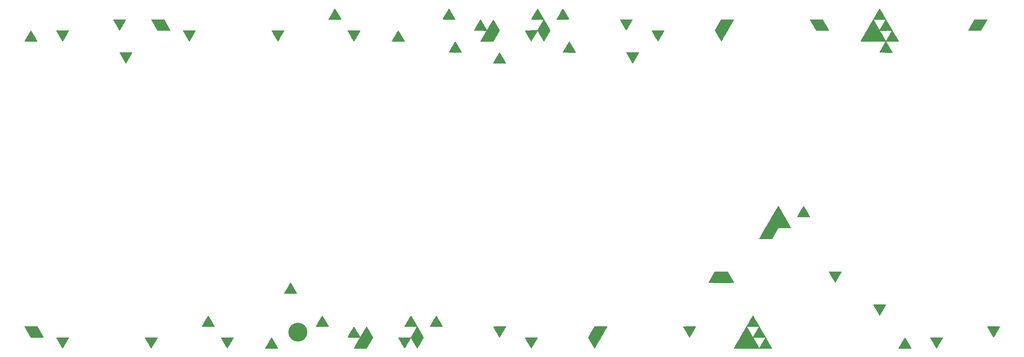
<source format=gts>
%TF.GenerationSoftware,KiCad,Pcbnew,(5.1.10-1-10_14)*%
%TF.CreationDate,2021-12-13T21:27:44+09:00*%
%TF.ProjectId,keyplate,6b657970-6c61-4746-952e-6b696361645f,rev?*%
%TF.SameCoordinates,Original*%
%TF.FileFunction,Soldermask,Top*%
%TF.FilePolarity,Negative*%
%FSLAX46Y46*%
G04 Gerber Fmt 4.6, Leading zero omitted, Abs format (unit mm)*
G04 Created by KiCad (PCBNEW (5.1.10-1-10_14)) date 2021-12-13 21:27:44*
%MOMM*%
%LPD*%
G01*
G04 APERTURE LIST*
%ADD10C,0.010000*%
%ADD11C,5.400000*%
G04 APERTURE END LIST*
D10*
%TO.C,G\u002A\u002A\u002A*%
G36*
X32686516Y-111879973D02*
G01*
X33124723Y-111883024D01*
X33494239Y-111887742D01*
X33776396Y-111893828D01*
X33952530Y-111900981D01*
X34005000Y-111907917D01*
X33971544Y-111972529D01*
X33878813Y-112139290D01*
X33738261Y-112388242D01*
X33561341Y-112699430D01*
X33359509Y-113052895D01*
X33144217Y-113428682D01*
X32926921Y-113806833D01*
X32719075Y-114167392D01*
X32532132Y-114490402D01*
X32377548Y-114755907D01*
X32266775Y-114943949D01*
X32211269Y-115034572D01*
X32207719Y-115039345D01*
X32168466Y-114986904D01*
X32068756Y-114828518D01*
X31918454Y-114580583D01*
X31727422Y-114259495D01*
X31505525Y-113881650D01*
X31336206Y-113590604D01*
X31095378Y-113173433D01*
X30877057Y-112792114D01*
X30691686Y-112465139D01*
X30549707Y-112211002D01*
X30461563Y-112048195D01*
X30438048Y-112000009D01*
X30432333Y-111963017D01*
X30457387Y-111934400D01*
X30528692Y-111913091D01*
X30661731Y-111898026D01*
X30871986Y-111888139D01*
X31174940Y-111882366D01*
X31586074Y-111879640D01*
X32120873Y-111878896D01*
X32198285Y-111878889D01*
X32686516Y-111879973D01*
G37*
X32686516Y-111879973D02*
X33124723Y-111883024D01*
X33494239Y-111887742D01*
X33776396Y-111893828D01*
X33952530Y-111900981D01*
X34005000Y-111907917D01*
X33971544Y-111972529D01*
X33878813Y-112139290D01*
X33738261Y-112388242D01*
X33561341Y-112699430D01*
X33359509Y-113052895D01*
X33144217Y-113428682D01*
X32926921Y-113806833D01*
X32719075Y-114167392D01*
X32532132Y-114490402D01*
X32377548Y-114755907D01*
X32266775Y-114943949D01*
X32211269Y-115034572D01*
X32207719Y-115039345D01*
X32168466Y-114986904D01*
X32068756Y-114828518D01*
X31918454Y-114580583D01*
X31727422Y-114259495D01*
X31505525Y-113881650D01*
X31336206Y-113590604D01*
X31095378Y-113173433D01*
X30877057Y-112792114D01*
X30691686Y-112465139D01*
X30549707Y-112211002D01*
X30461563Y-112048195D01*
X30438048Y-112000009D01*
X30432333Y-111963017D01*
X30457387Y-111934400D01*
X30528692Y-111913091D01*
X30661731Y-111898026D01*
X30871986Y-111888139D01*
X31174940Y-111882366D01*
X31586074Y-111879640D01*
X32120873Y-111878896D01*
X32198285Y-111878889D01*
X32686516Y-111879973D01*
G36*
X58173150Y-111889540D02*
G01*
X58484618Y-111894480D01*
X59398680Y-111914167D01*
X58491962Y-113489173D01*
X58181411Y-114022385D01*
X57933505Y-114434003D01*
X57745866Y-114727670D01*
X57616118Y-114907031D01*
X57541884Y-114975730D01*
X57525504Y-114970840D01*
X57474544Y-114885697D01*
X57363356Y-114696469D01*
X57202458Y-114421167D01*
X57002364Y-114077806D01*
X56773589Y-113684398D01*
X56606048Y-113395834D01*
X55746330Y-111914167D01*
X56658443Y-111894480D01*
X57124052Y-111888063D01*
X57654389Y-111886417D01*
X58173150Y-111889540D01*
G37*
X58173150Y-111889540D02*
X58484618Y-111894480D01*
X59398680Y-111914167D01*
X58491962Y-113489173D01*
X58181411Y-114022385D01*
X57933505Y-114434003D01*
X57745866Y-114727670D01*
X57616118Y-114907031D01*
X57541884Y-114975730D01*
X57525504Y-114970840D01*
X57474544Y-114885697D01*
X57363356Y-114696469D01*
X57202458Y-114421167D01*
X57002364Y-114077806D01*
X56773589Y-113684398D01*
X56606048Y-113395834D01*
X55746330Y-111914167D01*
X56658443Y-111894480D01*
X57124052Y-111888063D01*
X57654389Y-111886417D01*
X58173150Y-111889540D01*
G36*
X79824108Y-111880354D02*
G01*
X80261208Y-111884477D01*
X80629539Y-111890853D01*
X80910395Y-111899074D01*
X81085071Y-111908735D01*
X81136111Y-111917966D01*
X81102538Y-111985726D01*
X81009622Y-112155028D01*
X80869067Y-112405497D01*
X80692579Y-112716755D01*
X80491861Y-113068424D01*
X80278620Y-113440128D01*
X80064558Y-113811489D01*
X79861382Y-114162131D01*
X79680796Y-114471676D01*
X79534505Y-114719747D01*
X79434213Y-114885967D01*
X79403901Y-114933625D01*
X79370358Y-114960058D01*
X79322941Y-114943260D01*
X79253239Y-114870988D01*
X79152838Y-114731002D01*
X79013327Y-114511059D01*
X78826294Y-114198916D01*
X78583326Y-113782333D01*
X78428472Y-113514098D01*
X78185789Y-113091121D01*
X77968277Y-112708776D01*
X77785381Y-112383930D01*
X77646543Y-112133447D01*
X77561208Y-111974193D01*
X77537778Y-111923390D01*
X77605215Y-111911341D01*
X77795055Y-111900529D01*
X78088594Y-111891419D01*
X78467124Y-111884472D01*
X78911942Y-111880152D01*
X79336945Y-111878889D01*
X79824108Y-111880354D01*
G37*
X79824108Y-111880354D02*
X80261208Y-111884477D01*
X80629539Y-111890853D01*
X80910395Y-111899074D01*
X81085071Y-111908735D01*
X81136111Y-111917966D01*
X81102538Y-111985726D01*
X81009622Y-112155028D01*
X80869067Y-112405497D01*
X80692579Y-112716755D01*
X80491861Y-113068424D01*
X80278620Y-113440128D01*
X80064558Y-113811489D01*
X79861382Y-114162131D01*
X79680796Y-114471676D01*
X79534505Y-114719747D01*
X79434213Y-114885967D01*
X79403901Y-114933625D01*
X79370358Y-114960058D01*
X79322941Y-114943260D01*
X79253239Y-114870988D01*
X79152838Y-114731002D01*
X79013327Y-114511059D01*
X78826294Y-114198916D01*
X78583326Y-113782333D01*
X78428472Y-113514098D01*
X78185789Y-113091121D01*
X77968277Y-112708776D01*
X77785381Y-112383930D01*
X77646543Y-112133447D01*
X77561208Y-111974193D01*
X77537778Y-111923390D01*
X77605215Y-111911341D01*
X77795055Y-111900529D01*
X78088594Y-111891419D01*
X78467124Y-111884472D01*
X78911942Y-111880152D01*
X79336945Y-111878889D01*
X79824108Y-111880354D01*
G36*
X92076760Y-112032495D02*
G01*
X92185437Y-112178412D01*
X92337922Y-112413138D01*
X92541026Y-112746872D01*
X92801560Y-113189818D01*
X92939852Y-113428356D01*
X93183502Y-113851425D01*
X93401965Y-114233458D01*
X93585805Y-114557733D01*
X93725586Y-114807528D01*
X93811873Y-114966122D01*
X93836111Y-115016659D01*
X93768639Y-115026632D01*
X93578553Y-115035596D01*
X93284350Y-115043178D01*
X92904524Y-115049002D01*
X92457572Y-115052695D01*
X91995912Y-115053889D01*
X90155714Y-115053889D01*
X90294182Y-114824584D01*
X90371036Y-114694033D01*
X90504714Y-114463517D01*
X90682172Y-114155668D01*
X90890369Y-113793123D01*
X91116261Y-113398516D01*
X91158109Y-113325278D01*
X91380475Y-112938385D01*
X91583128Y-112590274D01*
X91754331Y-112300747D01*
X91882348Y-112089608D01*
X91955441Y-111976659D01*
X91963580Y-111966280D01*
X92005078Y-111965185D01*
X92076760Y-112032495D01*
G37*
X92076760Y-112032495D02*
X92185437Y-112178412D01*
X92337922Y-112413138D01*
X92541026Y-112746872D01*
X92801560Y-113189818D01*
X92939852Y-113428356D01*
X93183502Y-113851425D01*
X93401965Y-114233458D01*
X93585805Y-114557733D01*
X93725586Y-114807528D01*
X93811873Y-114966122D01*
X93836111Y-115016659D01*
X93768639Y-115026632D01*
X93578553Y-115035596D01*
X93284350Y-115043178D01*
X92904524Y-115049002D01*
X92457572Y-115052695D01*
X91995912Y-115053889D01*
X90155714Y-115053889D01*
X90294182Y-114824584D01*
X90371036Y-114694033D01*
X90504714Y-114463517D01*
X90682172Y-114155668D01*
X90890369Y-113793123D01*
X91116261Y-113398516D01*
X91158109Y-113325278D01*
X91380475Y-112938385D01*
X91583128Y-112590274D01*
X91754331Y-112300747D01*
X91882348Y-112089608D01*
X91955441Y-111976659D01*
X91963580Y-111966280D01*
X92005078Y-111965185D01*
X92076760Y-112032495D01*
G36*
X119258349Y-108850235D02*
G01*
X119368463Y-109010329D01*
X119527750Y-109261271D01*
X119726209Y-109586987D01*
X119953842Y-109971404D01*
X120164928Y-110336025D01*
X121058467Y-111895026D01*
X120722120Y-112469041D01*
X120564617Y-112738844D01*
X120359263Y-113092068D01*
X120128617Y-113489840D01*
X119895233Y-113893288D01*
X119805632Y-114048473D01*
X119225492Y-115053889D01*
X115562258Y-115053889D01*
X115645827Y-114895139D01*
X115704459Y-114789470D01*
X115822357Y-114581499D01*
X115988166Y-114291091D01*
X116190531Y-113938113D01*
X116418098Y-113542430D01*
X116530254Y-113347835D01*
X116759902Y-112947969D01*
X116963833Y-112589636D01*
X117132076Y-112290628D01*
X117254655Y-112068738D01*
X117321598Y-111941758D01*
X117331111Y-111919085D01*
X117263705Y-111908098D01*
X117074082Y-111898256D01*
X116781132Y-111889989D01*
X116403749Y-111883729D01*
X115960823Y-111879905D01*
X115567223Y-111878889D01*
X115085076Y-111877201D01*
X114653179Y-111872450D01*
X114290423Y-111865111D01*
X114015699Y-111855656D01*
X113847899Y-111844559D01*
X113803334Y-111834698D01*
X113837368Y-111751207D01*
X113931622Y-111570360D01*
X114074319Y-111312109D01*
X114253683Y-110996410D01*
X114457938Y-110643216D01*
X114675308Y-110272482D01*
X114894016Y-109904160D01*
X115102288Y-109558206D01*
X115288347Y-109254573D01*
X115440417Y-109013216D01*
X115546722Y-108854087D01*
X115595486Y-108797142D01*
X115595924Y-108797217D01*
X115647317Y-108861585D01*
X115757699Y-109031883D01*
X115916766Y-109291118D01*
X116114213Y-109622295D01*
X116339737Y-110008420D01*
X116513147Y-110309921D01*
X116750871Y-110723418D01*
X116965980Y-111092959D01*
X117148552Y-111401876D01*
X117288667Y-111633500D01*
X117376402Y-111771162D01*
X117401667Y-111802745D01*
X117444941Y-111744129D01*
X117547831Y-111579393D01*
X117700415Y-111325207D01*
X117892771Y-110998238D01*
X118114980Y-110615157D01*
X118290187Y-110309921D01*
X118529511Y-109894827D01*
X118748154Y-109522472D01*
X118935811Y-109209855D01*
X119082178Y-108973971D01*
X119176950Y-108831818D01*
X119207410Y-108797060D01*
X119258349Y-108850235D01*
G37*
X119258349Y-108850235D02*
X119368463Y-109010329D01*
X119527750Y-109261271D01*
X119726209Y-109586987D01*
X119953842Y-109971404D01*
X120164928Y-110336025D01*
X121058467Y-111895026D01*
X120722120Y-112469041D01*
X120564617Y-112738844D01*
X120359263Y-113092068D01*
X120128617Y-113489840D01*
X119895233Y-113893288D01*
X119805632Y-114048473D01*
X119225492Y-115053889D01*
X115562258Y-115053889D01*
X115645827Y-114895139D01*
X115704459Y-114789470D01*
X115822357Y-114581499D01*
X115988166Y-114291091D01*
X116190531Y-113938113D01*
X116418098Y-113542430D01*
X116530254Y-113347835D01*
X116759902Y-112947969D01*
X116963833Y-112589636D01*
X117132076Y-112290628D01*
X117254655Y-112068738D01*
X117321598Y-111941758D01*
X117331111Y-111919085D01*
X117263705Y-111908098D01*
X117074082Y-111898256D01*
X116781132Y-111889989D01*
X116403749Y-111883729D01*
X115960823Y-111879905D01*
X115567223Y-111878889D01*
X115085076Y-111877201D01*
X114653179Y-111872450D01*
X114290423Y-111865111D01*
X114015699Y-111855656D01*
X113847899Y-111844559D01*
X113803334Y-111834698D01*
X113837368Y-111751207D01*
X113931622Y-111570360D01*
X114074319Y-111312109D01*
X114253683Y-110996410D01*
X114457938Y-110643216D01*
X114675308Y-110272482D01*
X114894016Y-109904160D01*
X115102288Y-109558206D01*
X115288347Y-109254573D01*
X115440417Y-109013216D01*
X115546722Y-108854087D01*
X115595486Y-108797142D01*
X115595924Y-108797217D01*
X115647317Y-108861585D01*
X115757699Y-109031883D01*
X115916766Y-109291118D01*
X116114213Y-109622295D01*
X116339737Y-110008420D01*
X116513147Y-110309921D01*
X116750871Y-110723418D01*
X116965980Y-111092959D01*
X117148552Y-111401876D01*
X117288667Y-111633500D01*
X117376402Y-111771162D01*
X117401667Y-111802745D01*
X117444941Y-111744129D01*
X117547831Y-111579393D01*
X117700415Y-111325207D01*
X117892771Y-110998238D01*
X118114980Y-110615157D01*
X118290187Y-110309921D01*
X118529511Y-109894827D01*
X118748154Y-109522472D01*
X118935811Y-109209855D01*
X119082178Y-108973971D01*
X119176950Y-108831818D01*
X119207410Y-108797060D01*
X119258349Y-108850235D01*
G36*
X131996365Y-105729924D02*
G01*
X132112184Y-105918809D01*
X132279541Y-106200039D01*
X132490370Y-106559475D01*
X132736606Y-106982980D01*
X133010186Y-107456415D01*
X133303043Y-107965642D01*
X133607113Y-108496524D01*
X133914331Y-109034922D01*
X134216633Y-109566698D01*
X134505952Y-110077715D01*
X134774226Y-110553834D01*
X135013388Y-110980918D01*
X135215374Y-111344828D01*
X135372118Y-111631426D01*
X135475557Y-111826575D01*
X135517625Y-111916136D01*
X135518104Y-111919801D01*
X135478912Y-111999653D01*
X135378657Y-112184124D01*
X135227116Y-112455794D01*
X135034067Y-112797239D01*
X134809287Y-113191040D01*
X134617223Y-113525072D01*
X134337663Y-114006562D01*
X134118337Y-114375904D01*
X133951473Y-114644594D01*
X133829297Y-114824129D01*
X133744038Y-114926004D01*
X133687924Y-114961714D01*
X133655980Y-114946870D01*
X133599442Y-114857082D01*
X133483814Y-114663341D01*
X133319976Y-114384239D01*
X133118805Y-114038365D01*
X132891180Y-113644310D01*
X132746609Y-113392791D01*
X132481172Y-112932657D01*
X132275484Y-112583406D01*
X132120881Y-112332505D01*
X132008697Y-112167422D01*
X131930267Y-112075621D01*
X131876927Y-112044570D01*
X131840011Y-112061734D01*
X131832927Y-112071193D01*
X131774316Y-112167666D01*
X131657461Y-112367005D01*
X131493832Y-112649385D01*
X131294900Y-112994984D01*
X131072134Y-113383978D01*
X130984821Y-113536945D01*
X130757015Y-113934113D01*
X130549124Y-114292241D01*
X130372428Y-114592243D01*
X130238208Y-114815032D01*
X130157745Y-114941521D01*
X130143356Y-114960645D01*
X130098727Y-114953697D01*
X130017004Y-114866595D01*
X129892472Y-114690658D01*
X129719416Y-114417203D01*
X129492121Y-114037547D01*
X129204872Y-113543008D01*
X129168081Y-113478978D01*
X128269773Y-111914167D01*
X130085303Y-111893030D01*
X131900834Y-111871892D01*
X132747500Y-110390470D01*
X132984592Y-109974586D01*
X133198012Y-109598237D01*
X133377829Y-109279099D01*
X133514110Y-109034847D01*
X133596925Y-108883158D01*
X133617685Y-108841746D01*
X133556884Y-108820321D01*
X133364950Y-108802535D01*
X133051823Y-108788772D01*
X132627446Y-108779414D01*
X132101758Y-108774846D01*
X131871435Y-108774445D01*
X131388450Y-108772673D01*
X130955682Y-108767688D01*
X130591992Y-108759986D01*
X130316241Y-108750062D01*
X130147287Y-108738412D01*
X130101667Y-108727929D01*
X130135700Y-108641658D01*
X130230055Y-108459529D01*
X130373117Y-108201005D01*
X130553269Y-107885549D01*
X130758897Y-107532621D01*
X130978384Y-107161686D01*
X131200114Y-106792204D01*
X131412473Y-106443639D01*
X131603843Y-106135453D01*
X131762611Y-105887107D01*
X131877159Y-105718065D01*
X131935873Y-105647789D01*
X131940148Y-105647520D01*
X131996365Y-105729924D01*
G37*
X131996365Y-105729924D02*
X132112184Y-105918809D01*
X132279541Y-106200039D01*
X132490370Y-106559475D01*
X132736606Y-106982980D01*
X133010186Y-107456415D01*
X133303043Y-107965642D01*
X133607113Y-108496524D01*
X133914331Y-109034922D01*
X134216633Y-109566698D01*
X134505952Y-110077715D01*
X134774226Y-110553834D01*
X135013388Y-110980918D01*
X135215374Y-111344828D01*
X135372118Y-111631426D01*
X135475557Y-111826575D01*
X135517625Y-111916136D01*
X135518104Y-111919801D01*
X135478912Y-111999653D01*
X135378657Y-112184124D01*
X135227116Y-112455794D01*
X135034067Y-112797239D01*
X134809287Y-113191040D01*
X134617223Y-113525072D01*
X134337663Y-114006562D01*
X134118337Y-114375904D01*
X133951473Y-114644594D01*
X133829297Y-114824129D01*
X133744038Y-114926004D01*
X133687924Y-114961714D01*
X133655980Y-114946870D01*
X133599442Y-114857082D01*
X133483814Y-114663341D01*
X133319976Y-114384239D01*
X133118805Y-114038365D01*
X132891180Y-113644310D01*
X132746609Y-113392791D01*
X132481172Y-112932657D01*
X132275484Y-112583406D01*
X132120881Y-112332505D01*
X132008697Y-112167422D01*
X131930267Y-112075621D01*
X131876927Y-112044570D01*
X131840011Y-112061734D01*
X131832927Y-112071193D01*
X131774316Y-112167666D01*
X131657461Y-112367005D01*
X131493832Y-112649385D01*
X131294900Y-112994984D01*
X131072134Y-113383978D01*
X130984821Y-113536945D01*
X130757015Y-113934113D01*
X130549124Y-114292241D01*
X130372428Y-114592243D01*
X130238208Y-114815032D01*
X130157745Y-114941521D01*
X130143356Y-114960645D01*
X130098727Y-114953697D01*
X130017004Y-114866595D01*
X129892472Y-114690658D01*
X129719416Y-114417203D01*
X129492121Y-114037547D01*
X129204872Y-113543008D01*
X129168081Y-113478978D01*
X128269773Y-111914167D01*
X130085303Y-111893030D01*
X131900834Y-111871892D01*
X132747500Y-110390470D01*
X132984592Y-109974586D01*
X133198012Y-109598237D01*
X133377829Y-109279099D01*
X133514110Y-109034847D01*
X133596925Y-108883158D01*
X133617685Y-108841746D01*
X133556884Y-108820321D01*
X133364950Y-108802535D01*
X133051823Y-108788772D01*
X132627446Y-108779414D01*
X132101758Y-108774846D01*
X131871435Y-108774445D01*
X131388450Y-108772673D01*
X130955682Y-108767688D01*
X130591992Y-108759986D01*
X130316241Y-108750062D01*
X130147287Y-108738412D01*
X130101667Y-108727929D01*
X130135700Y-108641658D01*
X130230055Y-108459529D01*
X130373117Y-108201005D01*
X130553269Y-107885549D01*
X130758897Y-107532621D01*
X130978384Y-107161686D01*
X131200114Y-106792204D01*
X131412473Y-106443639D01*
X131603843Y-106135453D01*
X131762611Y-105887107D01*
X131877159Y-105718065D01*
X131935873Y-105647789D01*
X131940148Y-105647520D01*
X131996365Y-105729924D01*
G36*
X167311566Y-113413473D02*
G01*
X167067481Y-113835683D01*
X166845411Y-114217391D01*
X166655404Y-114541522D01*
X166507505Y-114791005D01*
X166411761Y-114948767D01*
X166379506Y-114997426D01*
X166332887Y-114952675D01*
X166226631Y-114800923D01*
X166070663Y-114557946D01*
X165874905Y-114239519D01*
X165649280Y-113861418D01*
X165450000Y-113519745D01*
X165207100Y-113098551D01*
X164987923Y-112717301D01*
X164802283Y-112393166D01*
X164659995Y-112143315D01*
X164570874Y-111984917D01*
X164544537Y-111935792D01*
X164605524Y-111920559D01*
X164789423Y-111906866D01*
X165078042Y-111895283D01*
X165453185Y-111886379D01*
X165896658Y-111880728D01*
X166358542Y-111878889D01*
X168196065Y-111878889D01*
X167311566Y-113413473D01*
G37*
X167311566Y-113413473D02*
X167067481Y-113835683D01*
X166845411Y-114217391D01*
X166655404Y-114541522D01*
X166507505Y-114791005D01*
X166411761Y-114948767D01*
X166379506Y-114997426D01*
X166332887Y-114952675D01*
X166226631Y-114800923D01*
X166070663Y-114557946D01*
X165874905Y-114239519D01*
X165649280Y-113861418D01*
X165450000Y-113519745D01*
X165207100Y-113098551D01*
X164987923Y-112717301D01*
X164802283Y-112393166D01*
X164659995Y-112143315D01*
X164570874Y-111984917D01*
X164544537Y-111935792D01*
X164605524Y-111920559D01*
X164789423Y-111906866D01*
X165078042Y-111895283D01*
X165453185Y-111886379D01*
X165896658Y-111880728D01*
X166358542Y-111878889D01*
X168196065Y-111878889D01*
X167311566Y-113413473D01*
G36*
X186844511Y-108705288D02*
G01*
X187274166Y-108707613D01*
X187593368Y-108712950D01*
X187817446Y-108722290D01*
X187961725Y-108736627D01*
X188041534Y-108756953D01*
X188072200Y-108784259D01*
X188069050Y-108819538D01*
X188068801Y-108820193D01*
X188025520Y-108903131D01*
X187920202Y-109092824D01*
X187761103Y-109374931D01*
X187556482Y-109735114D01*
X187314595Y-110159035D01*
X187043701Y-110632354D01*
X186752055Y-111140733D01*
X186447916Y-111669834D01*
X186139541Y-112205317D01*
X185835188Y-112732844D01*
X185543113Y-113238076D01*
X185271574Y-113706675D01*
X185028828Y-114124301D01*
X184823132Y-114476616D01*
X184662745Y-114749281D01*
X184555923Y-114927957D01*
X184511039Y-114998189D01*
X184464341Y-114953662D01*
X184358010Y-114802137D01*
X184201978Y-114559384D01*
X184006179Y-114241177D01*
X183780544Y-113863288D01*
X183582034Y-113523072D01*
X183339078Y-113101764D01*
X183119795Y-112720015D01*
X182934030Y-112395088D01*
X182791632Y-112144246D01*
X182702445Y-111984752D01*
X182676146Y-111934848D01*
X182703186Y-111859033D01*
X182792098Y-111678118D01*
X182933830Y-111408993D01*
X183119331Y-111068551D01*
X183339550Y-110673684D01*
X183558090Y-110288974D01*
X184464723Y-108706076D01*
X186289077Y-108704982D01*
X186844511Y-108705288D01*
G37*
X186844511Y-108705288D02*
X187274166Y-108707613D01*
X187593368Y-108712950D01*
X187817446Y-108722290D01*
X187961725Y-108736627D01*
X188041534Y-108756953D01*
X188072200Y-108784259D01*
X188069050Y-108819538D01*
X188068801Y-108820193D01*
X188025520Y-108903131D01*
X187920202Y-109092824D01*
X187761103Y-109374931D01*
X187556482Y-109735114D01*
X187314595Y-110159035D01*
X187043701Y-110632354D01*
X186752055Y-111140733D01*
X186447916Y-111669834D01*
X186139541Y-112205317D01*
X185835188Y-112732844D01*
X185543113Y-113238076D01*
X185271574Y-113706675D01*
X185028828Y-114124301D01*
X184823132Y-114476616D01*
X184662745Y-114749281D01*
X184555923Y-114927957D01*
X184511039Y-114998189D01*
X184464341Y-114953662D01*
X184358010Y-114802137D01*
X184201978Y-114559384D01*
X184006179Y-114241177D01*
X183780544Y-113863288D01*
X183582034Y-113523072D01*
X183339078Y-113101764D01*
X183119795Y-112720015D01*
X182934030Y-112395088D01*
X182791632Y-112144246D01*
X182702445Y-111984752D01*
X182676146Y-111934848D01*
X182703186Y-111859033D01*
X182792098Y-111678118D01*
X182933830Y-111408993D01*
X183119331Y-111068551D01*
X183339550Y-110673684D01*
X183558090Y-110288974D01*
X184464723Y-108706076D01*
X186289077Y-108704982D01*
X186844511Y-108705288D01*
G36*
X229837105Y-105661053D02*
G01*
X229940408Y-105830965D01*
X230100702Y-106100507D01*
X230311403Y-106458280D01*
X230565924Y-106892883D01*
X230857682Y-107392915D01*
X231180089Y-107946976D01*
X231526561Y-108543665D01*
X231890511Y-109171583D01*
X232265355Y-109819329D01*
X232644507Y-110475502D01*
X233021381Y-111128702D01*
X233389392Y-111767528D01*
X233741954Y-112380580D01*
X234072482Y-112956458D01*
X234374390Y-113483761D01*
X234641092Y-113951089D01*
X234866004Y-114347041D01*
X235042540Y-114660218D01*
X235164113Y-114879217D01*
X235224139Y-114992640D01*
X235229445Y-115005795D01*
X235160682Y-115013419D01*
X234961568Y-115020671D01*
X234642861Y-115027456D01*
X234215320Y-115033678D01*
X233689703Y-115039242D01*
X233076770Y-115044053D01*
X232387280Y-115048016D01*
X231631992Y-115051036D01*
X230821664Y-115053017D01*
X229967055Y-115053864D01*
X229790787Y-115053889D01*
X228741824Y-115053032D01*
X227793451Y-115050500D01*
X226950544Y-115046354D01*
X226217979Y-115040655D01*
X225600631Y-115033462D01*
X225103376Y-115024836D01*
X224731090Y-115014838D01*
X224488648Y-115003528D01*
X224380926Y-114990965D01*
X224375648Y-114986829D01*
X224416646Y-114908316D01*
X224521102Y-114720705D01*
X224682423Y-114435408D01*
X224894015Y-114063840D01*
X225149284Y-113617414D01*
X225441638Y-113107543D01*
X225764482Y-112545639D01*
X226111222Y-111943117D01*
X226133185Y-111905003D01*
X229888146Y-111905003D01*
X229913119Y-111971457D01*
X229998743Y-112138838D01*
X230133340Y-112386908D01*
X230305234Y-112695430D01*
X230502748Y-113044164D01*
X230714206Y-113412873D01*
X230927930Y-113781317D01*
X231132243Y-114129260D01*
X231315470Y-114436462D01*
X231465933Y-114682685D01*
X231571956Y-114847692D01*
X231621861Y-114911243D01*
X231622723Y-114911393D01*
X231668428Y-114852408D01*
X231773752Y-114687345D01*
X231928665Y-114432854D01*
X232123137Y-114105583D01*
X232347138Y-113722179D01*
X232526025Y-113412088D01*
X233385661Y-111914167D01*
X231651216Y-111895273D01*
X231171362Y-111891173D01*
X230740111Y-111889647D01*
X230376933Y-111890585D01*
X230101298Y-111893881D01*
X229932676Y-111899427D01*
X229888146Y-111905003D01*
X226133185Y-111905003D01*
X226475265Y-111311390D01*
X226850017Y-110661870D01*
X227228884Y-110005971D01*
X227605273Y-109355107D01*
X227941466Y-108774445D01*
X228037695Y-108774445D01*
X228818899Y-110132639D01*
X229108168Y-110635063D01*
X229335181Y-111027802D01*
X229507710Y-111323680D01*
X229633527Y-111535522D01*
X229720404Y-111676152D01*
X229776113Y-111758394D01*
X229808424Y-111795074D01*
X229825111Y-111799014D01*
X229827411Y-111796817D01*
X229866544Y-111731526D01*
X229965904Y-111561048D01*
X230115530Y-111302610D01*
X230305460Y-110973442D01*
X230525731Y-110590772D01*
X230677496Y-110326667D01*
X230912823Y-109916883D01*
X231124844Y-109547679D01*
X231303408Y-109236737D01*
X231438363Y-109001734D01*
X231519555Y-108860349D01*
X231538498Y-108827362D01*
X231479629Y-108812930D01*
X231298103Y-108799998D01*
X231012372Y-108789127D01*
X230640887Y-108780880D01*
X230202100Y-108775821D01*
X229803289Y-108774445D01*
X228037695Y-108774445D01*
X227941466Y-108774445D01*
X227972590Y-108720690D01*
X228324241Y-108114134D01*
X228653633Y-107546852D01*
X228954172Y-107030257D01*
X229219264Y-106575763D01*
X229442316Y-106194783D01*
X229616733Y-105898730D01*
X229735922Y-105699017D01*
X229793290Y-105607057D01*
X229797381Y-105602172D01*
X229837105Y-105661053D01*
G37*
X229837105Y-105661053D02*
X229940408Y-105830965D01*
X230100702Y-106100507D01*
X230311403Y-106458280D01*
X230565924Y-106892883D01*
X230857682Y-107392915D01*
X231180089Y-107946976D01*
X231526561Y-108543665D01*
X231890511Y-109171583D01*
X232265355Y-109819329D01*
X232644507Y-110475502D01*
X233021381Y-111128702D01*
X233389392Y-111767528D01*
X233741954Y-112380580D01*
X234072482Y-112956458D01*
X234374390Y-113483761D01*
X234641092Y-113951089D01*
X234866004Y-114347041D01*
X235042540Y-114660218D01*
X235164113Y-114879217D01*
X235224139Y-114992640D01*
X235229445Y-115005795D01*
X235160682Y-115013419D01*
X234961568Y-115020671D01*
X234642861Y-115027456D01*
X234215320Y-115033678D01*
X233689703Y-115039242D01*
X233076770Y-115044053D01*
X232387280Y-115048016D01*
X231631992Y-115051036D01*
X230821664Y-115053017D01*
X229967055Y-115053864D01*
X229790787Y-115053889D01*
X228741824Y-115053032D01*
X227793451Y-115050500D01*
X226950544Y-115046354D01*
X226217979Y-115040655D01*
X225600631Y-115033462D01*
X225103376Y-115024836D01*
X224731090Y-115014838D01*
X224488648Y-115003528D01*
X224380926Y-114990965D01*
X224375648Y-114986829D01*
X224416646Y-114908316D01*
X224521102Y-114720705D01*
X224682423Y-114435408D01*
X224894015Y-114063840D01*
X225149284Y-113617414D01*
X225441638Y-113107543D01*
X225764482Y-112545639D01*
X226111222Y-111943117D01*
X226133185Y-111905003D01*
X229888146Y-111905003D01*
X229913119Y-111971457D01*
X229998743Y-112138838D01*
X230133340Y-112386908D01*
X230305234Y-112695430D01*
X230502748Y-113044164D01*
X230714206Y-113412873D01*
X230927930Y-113781317D01*
X231132243Y-114129260D01*
X231315470Y-114436462D01*
X231465933Y-114682685D01*
X231571956Y-114847692D01*
X231621861Y-114911243D01*
X231622723Y-114911393D01*
X231668428Y-114852408D01*
X231773752Y-114687345D01*
X231928665Y-114432854D01*
X232123137Y-114105583D01*
X232347138Y-113722179D01*
X232526025Y-113412088D01*
X233385661Y-111914167D01*
X231651216Y-111895273D01*
X231171362Y-111891173D01*
X230740111Y-111889647D01*
X230376933Y-111890585D01*
X230101298Y-111893881D01*
X229932676Y-111899427D01*
X229888146Y-111905003D01*
X226133185Y-111905003D01*
X226475265Y-111311390D01*
X226850017Y-110661870D01*
X227228884Y-110005971D01*
X227605273Y-109355107D01*
X227941466Y-108774445D01*
X228037695Y-108774445D01*
X228818899Y-110132639D01*
X229108168Y-110635063D01*
X229335181Y-111027802D01*
X229507710Y-111323680D01*
X229633527Y-111535522D01*
X229720404Y-111676152D01*
X229776113Y-111758394D01*
X229808424Y-111795074D01*
X229825111Y-111799014D01*
X229827411Y-111796817D01*
X229866544Y-111731526D01*
X229965904Y-111561048D01*
X230115530Y-111302610D01*
X230305460Y-110973442D01*
X230525731Y-110590772D01*
X230677496Y-110326667D01*
X230912823Y-109916883D01*
X231124844Y-109547679D01*
X231303408Y-109236737D01*
X231438363Y-109001734D01*
X231519555Y-108860349D01*
X231538498Y-108827362D01*
X231479629Y-108812930D01*
X231298103Y-108799998D01*
X231012372Y-108789127D01*
X230640887Y-108780880D01*
X230202100Y-108775821D01*
X229803289Y-108774445D01*
X228037695Y-108774445D01*
X227941466Y-108774445D01*
X227972590Y-108720690D01*
X228324241Y-108114134D01*
X228653633Y-107546852D01*
X228954172Y-107030257D01*
X229219264Y-106575763D01*
X229442316Y-106194783D01*
X229616733Y-105898730D01*
X229735922Y-105699017D01*
X229793290Y-105607057D01*
X229797381Y-105602172D01*
X229837105Y-105661053D01*
G36*
X273369970Y-111967009D02*
G01*
X273428412Y-112052932D01*
X273544696Y-112241710D01*
X273706993Y-112513489D01*
X273903475Y-112848411D01*
X274122310Y-113226620D01*
X274173353Y-113315536D01*
X274401210Y-113712710D01*
X274613884Y-114082791D01*
X274798168Y-114402849D01*
X274940856Y-114649950D01*
X275028742Y-114801163D01*
X275036786Y-114814841D01*
X275177828Y-115053889D01*
X273330534Y-115053889D01*
X272838135Y-115051660D01*
X272396943Y-115045377D01*
X272025107Y-115035651D01*
X271740775Y-115023090D01*
X271562094Y-115008303D01*
X271506760Y-114992685D01*
X271547136Y-114917004D01*
X271648303Y-114736390D01*
X271800450Y-114468093D01*
X271993769Y-114129362D01*
X272218449Y-113737443D01*
X272409628Y-113405111D01*
X272694726Y-112914300D01*
X272919611Y-112537228D01*
X273091212Y-112263519D01*
X273216456Y-112082799D01*
X273302274Y-111984691D01*
X273355593Y-111958821D01*
X273369970Y-111967009D01*
G37*
X273369970Y-111967009D02*
X273428412Y-112052932D01*
X273544696Y-112241710D01*
X273706993Y-112513489D01*
X273903475Y-112848411D01*
X274122310Y-113226620D01*
X274173353Y-113315536D01*
X274401210Y-113712710D01*
X274613884Y-114082791D01*
X274798168Y-114402849D01*
X274940856Y-114649950D01*
X275028742Y-114801163D01*
X275036786Y-114814841D01*
X275177828Y-115053889D01*
X273330534Y-115053889D01*
X272838135Y-115051660D01*
X272396943Y-115045377D01*
X272025107Y-115035651D01*
X271740775Y-115023090D01*
X271562094Y-115008303D01*
X271506760Y-114992685D01*
X271547136Y-114917004D01*
X271648303Y-114736390D01*
X271800450Y-114468093D01*
X271993769Y-114129362D01*
X272218449Y-113737443D01*
X272409628Y-113405111D01*
X272694726Y-112914300D01*
X272919611Y-112537228D01*
X273091212Y-112263519D01*
X273216456Y-112082799D01*
X273302274Y-111984691D01*
X273355593Y-111958821D01*
X273369970Y-111967009D01*
G36*
X282854720Y-111879940D02*
G01*
X283296625Y-111882898D01*
X283670098Y-111887477D01*
X283956602Y-111893386D01*
X284137600Y-111900339D01*
X284195000Y-111907413D01*
X284161518Y-111971715D01*
X284068707Y-112138164D01*
X283928021Y-112386832D01*
X283750912Y-112697793D01*
X283548835Y-113051118D01*
X283333242Y-113426879D01*
X283115587Y-113805149D01*
X282907323Y-114166001D01*
X282719903Y-114489507D01*
X282564780Y-114755739D01*
X282453409Y-114944769D01*
X282397242Y-115036670D01*
X282393581Y-115041709D01*
X282351644Y-114996482D01*
X282258427Y-114855856D01*
X282131903Y-114647382D01*
X282094399Y-114583098D01*
X281964541Y-114358629D01*
X281782567Y-114043985D01*
X281566980Y-113671163D01*
X281336282Y-113272159D01*
X281173241Y-112990139D01*
X280530841Y-111878889D01*
X282362920Y-111878889D01*
X282854720Y-111879940D01*
G37*
X282854720Y-111879940D02*
X283296625Y-111882898D01*
X283670098Y-111887477D01*
X283956602Y-111893386D01*
X284137600Y-111900339D01*
X284195000Y-111907413D01*
X284161518Y-111971715D01*
X284068707Y-112138164D01*
X283928021Y-112386832D01*
X283750912Y-112697793D01*
X283548835Y-113051118D01*
X283333242Y-113426879D01*
X283115587Y-113805149D01*
X282907323Y-114166001D01*
X282719903Y-114489507D01*
X282564780Y-114755739D01*
X282453409Y-114944769D01*
X282397242Y-115036670D01*
X282393581Y-115041709D01*
X282351644Y-114996482D01*
X282258427Y-114855856D01*
X282131903Y-114647382D01*
X282094399Y-114583098D01*
X281964541Y-114358629D01*
X281782567Y-114043985D01*
X281566980Y-113671163D01*
X281336282Y-113272159D01*
X281173241Y-112990139D01*
X280530841Y-111878889D01*
X282362920Y-111878889D01*
X282854720Y-111879940D01*
G36*
X25841983Y-110254159D02*
G01*
X26085567Y-110677116D01*
X26303962Y-111059033D01*
X26487728Y-111383183D01*
X26627429Y-111632842D01*
X26713626Y-111791283D01*
X26737778Y-111841659D01*
X26670322Y-111851683D01*
X26480352Y-111860686D01*
X26186463Y-111868287D01*
X25807250Y-111874105D01*
X25361309Y-111877762D01*
X24917184Y-111878889D01*
X23096591Y-111878889D01*
X22200796Y-110328619D01*
X21957211Y-109905663D01*
X21738817Y-109523746D01*
X21555050Y-109199595D01*
X21415349Y-108949936D01*
X21329153Y-108791495D01*
X21305000Y-108741119D01*
X21372456Y-108731095D01*
X21562426Y-108722093D01*
X21856315Y-108714492D01*
X22235528Y-108708673D01*
X22681470Y-108705017D01*
X23125594Y-108703889D01*
X24946188Y-108703889D01*
X25841983Y-110254159D01*
G37*
X25841983Y-110254159D02*
X26085567Y-110677116D01*
X26303962Y-111059033D01*
X26487728Y-111383183D01*
X26627429Y-111632842D01*
X26713626Y-111791283D01*
X26737778Y-111841659D01*
X26670322Y-111851683D01*
X26480352Y-111860686D01*
X26186463Y-111868287D01*
X25807250Y-111874105D01*
X25361309Y-111877762D01*
X24917184Y-111878889D01*
X23096591Y-111878889D01*
X22200796Y-110328619D01*
X21957211Y-109905663D01*
X21738817Y-109523746D01*
X21555050Y-109199595D01*
X21415349Y-108949936D01*
X21329153Y-108791495D01*
X21305000Y-108741119D01*
X21372456Y-108731095D01*
X21562426Y-108722093D01*
X21856315Y-108714492D01*
X22235528Y-108708673D01*
X22681470Y-108705017D01*
X23125594Y-108703889D01*
X24946188Y-108703889D01*
X25841983Y-110254159D01*
G36*
X157787996Y-108705557D02*
G01*
X158225095Y-108710253D01*
X158593426Y-108717513D01*
X158874282Y-108726876D01*
X159048959Y-108737878D01*
X159100000Y-108748390D01*
X159066505Y-108819865D01*
X158973652Y-108991942D01*
X158832894Y-109244753D01*
X158655680Y-109558433D01*
X158453463Y-109913115D01*
X158237693Y-110288933D01*
X158019822Y-110666021D01*
X157811300Y-111024512D01*
X157623579Y-111344539D01*
X157468110Y-111606237D01*
X157356343Y-111789739D01*
X157299731Y-111875179D01*
X157295559Y-111878889D01*
X157242716Y-111826608D01*
X157168471Y-111720139D01*
X157052988Y-111531242D01*
X156895306Y-111264650D01*
X156707112Y-110941013D01*
X156500093Y-110580980D01*
X156285935Y-110205201D01*
X156076325Y-109834324D01*
X155882950Y-109489001D01*
X155717497Y-109189879D01*
X155591651Y-108957608D01*
X155517100Y-108812838D01*
X155501667Y-108775031D01*
X155571395Y-108750875D01*
X155777416Y-108731506D01*
X156114990Y-108717114D01*
X156579374Y-108707885D01*
X157165825Y-108704006D01*
X157300834Y-108703889D01*
X157787996Y-108705557D01*
G37*
X157787996Y-108705557D02*
X158225095Y-108710253D01*
X158593426Y-108717513D01*
X158874282Y-108726876D01*
X159048959Y-108737878D01*
X159100000Y-108748390D01*
X159066505Y-108819865D01*
X158973652Y-108991942D01*
X158832894Y-109244753D01*
X158655680Y-109558433D01*
X158453463Y-109913115D01*
X158237693Y-110288933D01*
X158019822Y-110666021D01*
X157811300Y-111024512D01*
X157623579Y-111344539D01*
X157468110Y-111606237D01*
X157356343Y-111789739D01*
X157299731Y-111875179D01*
X157295559Y-111878889D01*
X157242716Y-111826608D01*
X157168471Y-111720139D01*
X157052988Y-111531242D01*
X156895306Y-111264650D01*
X156707112Y-110941013D01*
X156500093Y-110580980D01*
X156285935Y-110205201D01*
X156076325Y-109834324D01*
X155882950Y-109489001D01*
X155717497Y-109189879D01*
X155591651Y-108957608D01*
X155517100Y-108812838D01*
X155501667Y-108775031D01*
X155571395Y-108750875D01*
X155777416Y-108731506D01*
X156114990Y-108717114D01*
X156579374Y-108707885D01*
X157165825Y-108704006D01*
X157300834Y-108703889D01*
X157787996Y-108705557D01*
G36*
X212948010Y-108715876D02*
G01*
X213236612Y-108719184D01*
X213419808Y-108724698D01*
X213478624Y-108731217D01*
X213453270Y-108797362D01*
X213367228Y-108965024D01*
X213231893Y-109214408D01*
X213058661Y-109525720D01*
X212858927Y-109879167D01*
X212644086Y-110254953D01*
X212425534Y-110633285D01*
X212214667Y-110994369D01*
X212022879Y-111318410D01*
X211861567Y-111585614D01*
X211742126Y-111776188D01*
X211675950Y-111870337D01*
X211667677Y-111876870D01*
X211623493Y-111817655D01*
X211519375Y-111651998D01*
X211365044Y-111396180D01*
X211170220Y-111066479D01*
X210944625Y-110679177D01*
X210730302Y-110307009D01*
X209831992Y-108739167D01*
X211640432Y-108720316D01*
X212130853Y-108716329D01*
X212573068Y-108714886D01*
X212948010Y-108715876D01*
G37*
X212948010Y-108715876D02*
X213236612Y-108719184D01*
X213419808Y-108724698D01*
X213478624Y-108731217D01*
X213453270Y-108797362D01*
X213367228Y-108965024D01*
X213231893Y-109214408D01*
X213058661Y-109525720D01*
X212858927Y-109879167D01*
X212644086Y-110254953D01*
X212425534Y-110633285D01*
X212214667Y-110994369D01*
X212022879Y-111318410D01*
X211861567Y-111585614D01*
X211742126Y-111776188D01*
X211675950Y-111870337D01*
X211667677Y-111876870D01*
X211623493Y-111817655D01*
X211519375Y-111651998D01*
X211365044Y-111396180D01*
X211170220Y-111066479D01*
X210944625Y-110679177D01*
X210730302Y-110307009D01*
X209831992Y-108739167D01*
X211640432Y-108720316D01*
X212130853Y-108716329D01*
X212573068Y-108714886D01*
X212948010Y-108715876D01*
G36*
X299174845Y-108706151D02*
G01*
X299613048Y-108712517D01*
X299982561Y-108722363D01*
X300264720Y-108735063D01*
X300440857Y-108749990D01*
X300493334Y-108764466D01*
X300459543Y-108838822D01*
X300366004Y-109014378D01*
X300224460Y-109270677D01*
X300046659Y-109587262D01*
X299844347Y-109943674D01*
X299629270Y-110319455D01*
X299413174Y-110694149D01*
X299207805Y-111047298D01*
X299024909Y-111358443D01*
X298876232Y-111607128D01*
X298773520Y-111772894D01*
X298731530Y-111832916D01*
X298672195Y-111805018D01*
X298566144Y-111677905D01*
X298433415Y-111476684D01*
X298393679Y-111409583D01*
X298026493Y-110774511D01*
X297724265Y-110250811D01*
X297480981Y-109827894D01*
X297290622Y-109495170D01*
X297147173Y-109242050D01*
X297044616Y-109057942D01*
X296976935Y-108932258D01*
X296938114Y-108854408D01*
X296926587Y-108827362D01*
X296920143Y-108789672D01*
X296943160Y-108760520D01*
X297011156Y-108738815D01*
X297139652Y-108723470D01*
X297344166Y-108713394D01*
X297640218Y-108707501D01*
X298043328Y-108704700D01*
X298569013Y-108703904D01*
X298686618Y-108703889D01*
X299174845Y-108706151D01*
G37*
X299174845Y-108706151D02*
X299613048Y-108712517D01*
X299982561Y-108722363D01*
X300264720Y-108735063D01*
X300440857Y-108749990D01*
X300493334Y-108764466D01*
X300459543Y-108838822D01*
X300366004Y-109014378D01*
X300224460Y-109270677D01*
X300046659Y-109587262D01*
X299844347Y-109943674D01*
X299629270Y-110319455D01*
X299413174Y-110694149D01*
X299207805Y-111047298D01*
X299024909Y-111358443D01*
X298876232Y-111607128D01*
X298773520Y-111772894D01*
X298731530Y-111832916D01*
X298672195Y-111805018D01*
X298566144Y-111677905D01*
X298433415Y-111476684D01*
X298393679Y-111409583D01*
X298026493Y-110774511D01*
X297724265Y-110250811D01*
X297480981Y-109827894D01*
X297290622Y-109495170D01*
X297147173Y-109242050D01*
X297044616Y-109057942D01*
X296976935Y-108932258D01*
X296938114Y-108854408D01*
X296926587Y-108827362D01*
X296920143Y-108789672D01*
X296943160Y-108760520D01*
X297011156Y-108738815D01*
X297139652Y-108723470D01*
X297344166Y-108713394D01*
X297640218Y-108707501D01*
X298043328Y-108704700D01*
X298569013Y-108703904D01*
X298686618Y-108703889D01*
X299174845Y-108706151D01*
G36*
X73905896Y-105696264D02*
G01*
X74008720Y-105845969D01*
X74158459Y-106079198D01*
X74343501Y-106376490D01*
X74552235Y-106718385D01*
X74773048Y-107085422D01*
X74994329Y-107458139D01*
X75204465Y-107817077D01*
X75391845Y-108142774D01*
X75544857Y-108415770D01*
X75651888Y-108616604D01*
X75701328Y-108725815D01*
X75703334Y-108736160D01*
X75635896Y-108746526D01*
X75446055Y-108755827D01*
X75152516Y-108763665D01*
X74773984Y-108769642D01*
X74329165Y-108773359D01*
X73904167Y-108774445D01*
X73360474Y-108771930D01*
X72897622Y-108764711D01*
X72528837Y-108753274D01*
X72267346Y-108738105D01*
X72126374Y-108719692D01*
X72105000Y-108708246D01*
X72138821Y-108633136D01*
X72232429Y-108456925D01*
X72374043Y-108200124D01*
X72551883Y-107883247D01*
X72754168Y-107526808D01*
X72969118Y-107151319D01*
X73184951Y-106777295D01*
X73389887Y-106425248D01*
X73572146Y-106115692D01*
X73719946Y-105869140D01*
X73821508Y-105706106D01*
X73861599Y-105649543D01*
X73905896Y-105696264D01*
G37*
X73905896Y-105696264D02*
X74008720Y-105845969D01*
X74158459Y-106079198D01*
X74343501Y-106376490D01*
X74552235Y-106718385D01*
X74773048Y-107085422D01*
X74994329Y-107458139D01*
X75204465Y-107817077D01*
X75391845Y-108142774D01*
X75544857Y-108415770D01*
X75651888Y-108616604D01*
X75701328Y-108725815D01*
X75703334Y-108736160D01*
X75635896Y-108746526D01*
X75446055Y-108755827D01*
X75152516Y-108763665D01*
X74773984Y-108769642D01*
X74329165Y-108773359D01*
X73904167Y-108774445D01*
X73360474Y-108771930D01*
X72897622Y-108764711D01*
X72528837Y-108753274D01*
X72267346Y-108738105D01*
X72126374Y-108719692D01*
X72105000Y-108708246D01*
X72138821Y-108633136D01*
X72232429Y-108456925D01*
X72374043Y-108200124D01*
X72551883Y-107883247D01*
X72754168Y-107526808D01*
X72969118Y-107151319D01*
X73184951Y-106777295D01*
X73389887Y-106425248D01*
X73572146Y-106115692D01*
X73719946Y-105869140D01*
X73821508Y-105706106D01*
X73861599Y-105649543D01*
X73905896Y-105696264D01*
G36*
X106587250Y-105704018D02*
G01*
X106692487Y-105874718D01*
X106847436Y-106132990D01*
X107041879Y-106461402D01*
X107265600Y-106842519D01*
X107508380Y-107258907D01*
X107760003Y-107693133D01*
X108010250Y-108127764D01*
X108248905Y-108545364D01*
X108348914Y-108721528D01*
X108289682Y-108735663D01*
X108107417Y-108748374D01*
X107820195Y-108759134D01*
X107446094Y-108767417D01*
X107003188Y-108772695D01*
X106534396Y-108774445D01*
X106042390Y-108772212D01*
X105601607Y-108765921D01*
X105230210Y-108756181D01*
X104946359Y-108743604D01*
X104768215Y-108728799D01*
X104713426Y-108713241D01*
X104770464Y-108596209D01*
X104883717Y-108388533D01*
X105041524Y-108109822D01*
X105232223Y-107779685D01*
X105444155Y-107417733D01*
X105665657Y-107043575D01*
X105885070Y-106676820D01*
X106090732Y-106337078D01*
X106270982Y-106043959D01*
X106414159Y-105817071D01*
X106508602Y-105676025D01*
X106541942Y-105638326D01*
X106587250Y-105704018D01*
G37*
X106587250Y-105704018D02*
X106692487Y-105874718D01*
X106847436Y-106132990D01*
X107041879Y-106461402D01*
X107265600Y-106842519D01*
X107508380Y-107258907D01*
X107760003Y-107693133D01*
X108010250Y-108127764D01*
X108248905Y-108545364D01*
X108348914Y-108721528D01*
X108289682Y-108735663D01*
X108107417Y-108748374D01*
X107820195Y-108759134D01*
X107446094Y-108767417D01*
X107003188Y-108772695D01*
X106534396Y-108774445D01*
X106042390Y-108772212D01*
X105601607Y-108765921D01*
X105230210Y-108756181D01*
X104946359Y-108743604D01*
X104768215Y-108728799D01*
X104713426Y-108713241D01*
X104770464Y-108596209D01*
X104883717Y-108388533D01*
X105041524Y-108109822D01*
X105232223Y-107779685D01*
X105444155Y-107417733D01*
X105665657Y-107043575D01*
X105885070Y-106676820D01*
X106090732Y-106337078D01*
X106270982Y-106043959D01*
X106414159Y-105817071D01*
X106508602Y-105676025D01*
X106541942Y-105638326D01*
X106587250Y-105704018D01*
G36*
X139170572Y-105695523D02*
G01*
X139273690Y-105844898D01*
X139423689Y-106077803D01*
X139608944Y-106374777D01*
X139817833Y-106716360D01*
X140038731Y-107083091D01*
X140260014Y-107455509D01*
X140470059Y-107814154D01*
X140657241Y-108139565D01*
X140809937Y-108412282D01*
X140916523Y-108612843D01*
X140965375Y-108721788D01*
X140967223Y-108731776D01*
X140899786Y-108743330D01*
X140709945Y-108753696D01*
X140416406Y-108762431D01*
X140037875Y-108769092D01*
X139593057Y-108773234D01*
X139168056Y-108774445D01*
X138661735Y-108772055D01*
X138215607Y-108765286D01*
X137846671Y-108754736D01*
X137571925Y-108741007D01*
X137408369Y-108724698D01*
X137368889Y-108710952D01*
X137402676Y-108636250D01*
X137496196Y-108460385D01*
X137637688Y-108203853D01*
X137815389Y-107887150D01*
X138017537Y-107530770D01*
X138232372Y-107155210D01*
X138448131Y-106780965D01*
X138653052Y-106428531D01*
X138835374Y-106118404D01*
X138983335Y-105871080D01*
X139085173Y-105707053D01*
X139125959Y-105649139D01*
X139170572Y-105695523D01*
G37*
X139170572Y-105695523D02*
X139273690Y-105844898D01*
X139423689Y-106077803D01*
X139608944Y-106374777D01*
X139817833Y-106716360D01*
X140038731Y-107083091D01*
X140260014Y-107455509D01*
X140470059Y-107814154D01*
X140657241Y-108139565D01*
X140809937Y-108412282D01*
X140916523Y-108612843D01*
X140965375Y-108721788D01*
X140967223Y-108731776D01*
X140899786Y-108743330D01*
X140709945Y-108753696D01*
X140416406Y-108762431D01*
X140037875Y-108769092D01*
X139593057Y-108773234D01*
X139168056Y-108774445D01*
X138661735Y-108772055D01*
X138215607Y-108765286D01*
X137846671Y-108754736D01*
X137571925Y-108741007D01*
X137408369Y-108724698D01*
X137368889Y-108710952D01*
X137402676Y-108636250D01*
X137496196Y-108460385D01*
X137637688Y-108203853D01*
X137815389Y-107887150D01*
X138017537Y-107530770D01*
X138232372Y-107155210D01*
X138448131Y-106780965D01*
X138653052Y-106428531D01*
X138835374Y-106118404D01*
X138983335Y-105871080D01*
X139085173Y-105707053D01*
X139125959Y-105649139D01*
X139170572Y-105695523D01*
G36*
X266554470Y-102426612D02*
G01*
X266995503Y-102432720D01*
X267367168Y-102442175D01*
X267651314Y-102454386D01*
X267829786Y-102468759D01*
X267884908Y-102483911D01*
X267836427Y-102578735D01*
X267730579Y-102769412D01*
X267578936Y-103036173D01*
X267393067Y-103359243D01*
X267184545Y-103718852D01*
X266964939Y-104095228D01*
X266745822Y-104468599D01*
X266538763Y-104819193D01*
X266355335Y-105127238D01*
X266207107Y-105372962D01*
X266105650Y-105536593D01*
X266062537Y-105598359D01*
X266062223Y-105598433D01*
X266018834Y-105539791D01*
X265915279Y-105375045D01*
X265761397Y-105120615D01*
X265567031Y-104792917D01*
X265342018Y-104408370D01*
X265145000Y-104068133D01*
X264902263Y-103646445D01*
X264683209Y-103264715D01*
X264497631Y-102940108D01*
X264355324Y-102689787D01*
X264266082Y-102530916D01*
X264239537Y-102481347D01*
X264300546Y-102466149D01*
X264484509Y-102452481D01*
X264773274Y-102440911D01*
X265148688Y-102432004D01*
X265592596Y-102426328D01*
X266062223Y-102424445D01*
X266554470Y-102426612D01*
G37*
X266554470Y-102426612D02*
X266995503Y-102432720D01*
X267367168Y-102442175D01*
X267651314Y-102454386D01*
X267829786Y-102468759D01*
X267884908Y-102483911D01*
X267836427Y-102578735D01*
X267730579Y-102769412D01*
X267578936Y-103036173D01*
X267393067Y-103359243D01*
X267184545Y-103718852D01*
X266964939Y-104095228D01*
X266745822Y-104468599D01*
X266538763Y-104819193D01*
X266355335Y-105127238D01*
X266207107Y-105372962D01*
X266105650Y-105536593D01*
X266062537Y-105598359D01*
X266062223Y-105598433D01*
X266018834Y-105539791D01*
X265915279Y-105375045D01*
X265761397Y-105120615D01*
X265567031Y-104792917D01*
X265342018Y-104408370D01*
X265145000Y-104068133D01*
X264902263Y-103646445D01*
X264683209Y-103264715D01*
X264497631Y-102940108D01*
X264355324Y-102689787D01*
X264266082Y-102530916D01*
X264239537Y-102481347D01*
X264300546Y-102466149D01*
X264484509Y-102452481D01*
X264773274Y-102440911D01*
X265148688Y-102432004D01*
X265592596Y-102426328D01*
X266062223Y-102424445D01*
X266554470Y-102426612D01*
G36*
X97514145Y-96227329D02*
G01*
X97614327Y-96396685D01*
X97760712Y-96647669D01*
X97941845Y-96960324D01*
X98146273Y-97314693D01*
X98362541Y-97690820D01*
X98579196Y-98068747D01*
X98784782Y-98428518D01*
X98967847Y-98750176D01*
X99116935Y-99013765D01*
X99220593Y-99199327D01*
X99267366Y-99286906D01*
X99268889Y-99290973D01*
X99201452Y-99298833D01*
X99011610Y-99305885D01*
X98718069Y-99311827D01*
X98339536Y-99316359D01*
X97894715Y-99319177D01*
X97469723Y-99320000D01*
X96982560Y-99318332D01*
X96545461Y-99313637D01*
X96177130Y-99306376D01*
X95896274Y-99297014D01*
X95721597Y-99286012D01*
X95670556Y-99275499D01*
X95703874Y-99203290D01*
X95796247Y-99031487D01*
X95936306Y-98779762D01*
X96112681Y-98467786D01*
X96314002Y-98115230D01*
X96528899Y-97741763D01*
X96746002Y-97367056D01*
X96953941Y-97010780D01*
X97141347Y-96692606D01*
X97296849Y-96432203D01*
X97409077Y-96249244D01*
X97466662Y-96163397D01*
X97471620Y-96159557D01*
X97514145Y-96227329D01*
G37*
X97514145Y-96227329D02*
X97614327Y-96396685D01*
X97760712Y-96647669D01*
X97941845Y-96960324D01*
X98146273Y-97314693D01*
X98362541Y-97690820D01*
X98579196Y-98068747D01*
X98784782Y-98428518D01*
X98967847Y-98750176D01*
X99116935Y-99013765D01*
X99220593Y-99199327D01*
X99267366Y-99286906D01*
X99268889Y-99290973D01*
X99201452Y-99298833D01*
X99011610Y-99305885D01*
X98718069Y-99311827D01*
X98339536Y-99316359D01*
X97894715Y-99319177D01*
X97469723Y-99320000D01*
X96982560Y-99318332D01*
X96545461Y-99313637D01*
X96177130Y-99306376D01*
X95896274Y-99297014D01*
X95721597Y-99286012D01*
X95670556Y-99275499D01*
X95703874Y-99203290D01*
X95796247Y-99031487D01*
X95936306Y-98779762D01*
X96112681Y-98467786D01*
X96314002Y-98115230D01*
X96528899Y-97741763D01*
X96746002Y-97367056D01*
X96953941Y-97010780D01*
X97141347Y-96692606D01*
X97296849Y-96432203D01*
X97409077Y-96249244D01*
X97466662Y-96163397D01*
X97471620Y-96159557D01*
X97514145Y-96227329D01*
G36*
X223475043Y-94583555D02*
G01*
X223717464Y-95006081D01*
X223934704Y-95387962D01*
X224117308Y-95712315D01*
X224255823Y-95962255D01*
X224340796Y-96120898D01*
X224363889Y-96171055D01*
X224295526Y-96179635D01*
X224099204Y-96187672D01*
X223788076Y-96195003D01*
X223375293Y-96201468D01*
X222874007Y-96206907D01*
X222297372Y-96211158D01*
X221658537Y-96214061D01*
X220970657Y-96215454D01*
X220724398Y-96215556D01*
X220023582Y-96214429D01*
X219368028Y-96211194D01*
X218770776Y-96206067D01*
X218244863Y-96199265D01*
X217803329Y-96191003D01*
X217459213Y-96181499D01*
X217225554Y-96170970D01*
X217115390Y-96159631D01*
X217108426Y-96155500D01*
X217148798Y-96080148D01*
X217249958Y-95899837D01*
X217402104Y-95631794D01*
X217595431Y-95293244D01*
X217820135Y-94901413D01*
X218011961Y-94568000D01*
X218891977Y-93040556D01*
X222586197Y-93040556D01*
X223475043Y-94583555D01*
G37*
X223475043Y-94583555D02*
X223717464Y-95006081D01*
X223934704Y-95387962D01*
X224117308Y-95712315D01*
X224255823Y-95962255D01*
X224340796Y-96120898D01*
X224363889Y-96171055D01*
X224295526Y-96179635D01*
X224099204Y-96187672D01*
X223788076Y-96195003D01*
X223375293Y-96201468D01*
X222874007Y-96206907D01*
X222297372Y-96211158D01*
X221658537Y-96214061D01*
X220970657Y-96215454D01*
X220724398Y-96215556D01*
X220023582Y-96214429D01*
X219368028Y-96211194D01*
X218770776Y-96206067D01*
X218244863Y-96199265D01*
X217803329Y-96191003D01*
X217459213Y-96181499D01*
X217225554Y-96170970D01*
X217115390Y-96159631D01*
X217108426Y-96155500D01*
X217148798Y-96080148D01*
X217249958Y-95899837D01*
X217402104Y-95631794D01*
X217595431Y-95293244D01*
X217820135Y-94901413D01*
X218011961Y-94568000D01*
X218891977Y-93040556D01*
X222586197Y-93040556D01*
X223475043Y-94583555D01*
G36*
X253859970Y-93042494D02*
G01*
X254298650Y-93047956D01*
X254667564Y-93056408D01*
X254948590Y-93067322D01*
X255123606Y-93080164D01*
X255175295Y-93093473D01*
X254945734Y-93499407D01*
X254700075Y-93928466D01*
X254448495Y-94363425D01*
X254201172Y-94787060D01*
X253968285Y-95182145D01*
X253760010Y-95531455D01*
X253586525Y-95817767D01*
X253458008Y-96023854D01*
X253384636Y-96132492D01*
X253372243Y-96145000D01*
X253325170Y-96086403D01*
X253218205Y-95921488D01*
X253061264Y-95666571D01*
X252864265Y-95337968D01*
X252637124Y-94951995D01*
X252428788Y-94592778D01*
X251534300Y-93040556D01*
X253369647Y-93040556D01*
X253859970Y-93042494D01*
G37*
X253859970Y-93042494D02*
X254298650Y-93047956D01*
X254667564Y-93056408D01*
X254948590Y-93067322D01*
X255123606Y-93080164D01*
X255175295Y-93093473D01*
X254945734Y-93499407D01*
X254700075Y-93928466D01*
X254448495Y-94363425D01*
X254201172Y-94787060D01*
X253968285Y-95182145D01*
X253760010Y-95531455D01*
X253586525Y-95817767D01*
X253458008Y-96023854D01*
X253384636Y-96132492D01*
X253372243Y-96145000D01*
X253325170Y-96086403D01*
X253218205Y-95921488D01*
X253061264Y-95666571D01*
X252864265Y-95337968D01*
X252637124Y-94951995D01*
X252428788Y-94592778D01*
X251534300Y-93040556D01*
X253369647Y-93040556D01*
X253859970Y-93042494D01*
G36*
X237101066Y-74262273D02*
G01*
X237204119Y-74429887D01*
X237360926Y-74691973D01*
X237563376Y-75034497D01*
X237803356Y-75443428D01*
X238072755Y-75904731D01*
X238363460Y-76404375D01*
X238667359Y-76928326D01*
X238976340Y-77462552D01*
X239282291Y-77993019D01*
X239577100Y-78505697D01*
X239852654Y-78986550D01*
X240100843Y-79421547D01*
X240313553Y-79796655D01*
X240482672Y-80097841D01*
X240600089Y-80311073D01*
X240657691Y-80422317D01*
X240662223Y-80434698D01*
X240594792Y-80447442D01*
X240404999Y-80458872D01*
X240111589Y-80468497D01*
X239733307Y-80475826D01*
X239288899Y-80480367D01*
X238870766Y-80481667D01*
X237079309Y-80481667D01*
X235264723Y-83621389D01*
X233442512Y-83640230D01*
X232873853Y-83644919D01*
X232432318Y-83645431D01*
X232103965Y-83641190D01*
X231874851Y-83631621D01*
X231731036Y-83616147D01*
X231658578Y-83594193D01*
X231643345Y-83565902D01*
X231682286Y-83487854D01*
X231784968Y-83300687D01*
X231944779Y-83015827D01*
X232155112Y-82644699D01*
X232409356Y-82198728D01*
X232700901Y-81689339D01*
X233023139Y-81127957D01*
X233369459Y-80526007D01*
X233733251Y-79894914D01*
X234107907Y-79246104D01*
X234486817Y-78591001D01*
X234863370Y-77941030D01*
X235230957Y-77307616D01*
X235582969Y-76702185D01*
X235912797Y-76136162D01*
X236213829Y-75620971D01*
X236479457Y-75168037D01*
X236703072Y-74788786D01*
X236878063Y-74494643D01*
X236997821Y-74297032D01*
X237055736Y-74207380D01*
X237059881Y-74203162D01*
X237101066Y-74262273D01*
G37*
X237101066Y-74262273D02*
X237204119Y-74429887D01*
X237360926Y-74691973D01*
X237563376Y-75034497D01*
X237803356Y-75443428D01*
X238072755Y-75904731D01*
X238363460Y-76404375D01*
X238667359Y-76928326D01*
X238976340Y-77462552D01*
X239282291Y-77993019D01*
X239577100Y-78505697D01*
X239852654Y-78986550D01*
X240100843Y-79421547D01*
X240313553Y-79796655D01*
X240482672Y-80097841D01*
X240600089Y-80311073D01*
X240657691Y-80422317D01*
X240662223Y-80434698D01*
X240594792Y-80447442D01*
X240404999Y-80458872D01*
X240111589Y-80468497D01*
X239733307Y-80475826D01*
X239288899Y-80480367D01*
X238870766Y-80481667D01*
X237079309Y-80481667D01*
X235264723Y-83621389D01*
X233442512Y-83640230D01*
X232873853Y-83644919D01*
X232432318Y-83645431D01*
X232103965Y-83641190D01*
X231874851Y-83631621D01*
X231731036Y-83616147D01*
X231658578Y-83594193D01*
X231643345Y-83565902D01*
X231682286Y-83487854D01*
X231784968Y-83300687D01*
X231944779Y-83015827D01*
X232155112Y-82644699D01*
X232409356Y-82198728D01*
X232700901Y-81689339D01*
X233023139Y-81127957D01*
X233369459Y-80526007D01*
X233733251Y-79894914D01*
X234107907Y-79246104D01*
X234486817Y-78591001D01*
X234863370Y-77941030D01*
X235230957Y-77307616D01*
X235582969Y-76702185D01*
X235912797Y-76136162D01*
X236213829Y-75620971D01*
X236479457Y-75168037D01*
X236703072Y-74788786D01*
X236878063Y-74494643D01*
X236997821Y-74297032D01*
X237055736Y-74207380D01*
X237059881Y-74203162D01*
X237101066Y-74262273D01*
G36*
X244366762Y-74284498D02*
G01*
X244430795Y-74376028D01*
X244548956Y-74566007D01*
X244709339Y-74833628D01*
X244900038Y-75158083D01*
X245109147Y-75518566D01*
X245324760Y-75894268D01*
X245534970Y-76264382D01*
X245727870Y-76608102D01*
X245891556Y-76904620D01*
X246014120Y-77133128D01*
X246083656Y-77272819D01*
X246095000Y-77304760D01*
X246024835Y-77330041D01*
X245815704Y-77350006D01*
X245469656Y-77364571D01*
X244988741Y-77373656D01*
X244375006Y-77377178D01*
X244288285Y-77377223D01*
X243733037Y-77376399D01*
X243303800Y-77373317D01*
X242985482Y-77367060D01*
X242762989Y-77356715D01*
X242621229Y-77341363D01*
X242545108Y-77320091D01*
X242519533Y-77291983D01*
X242522675Y-77270105D01*
X242568295Y-77181033D01*
X242674469Y-76988087D01*
X242830942Y-76709453D01*
X243027457Y-76363316D01*
X243253757Y-75967860D01*
X243421367Y-75676685D01*
X243697222Y-75201952D01*
X243913159Y-74839166D01*
X244077159Y-74576573D01*
X244197204Y-74402418D01*
X244281276Y-74304948D01*
X244337357Y-74272409D01*
X244366762Y-74284498D01*
G37*
X244366762Y-74284498D02*
X244430795Y-74376028D01*
X244548956Y-74566007D01*
X244709339Y-74833628D01*
X244900038Y-75158083D01*
X245109147Y-75518566D01*
X245324760Y-75894268D01*
X245534970Y-76264382D01*
X245727870Y-76608102D01*
X245891556Y-76904620D01*
X246014120Y-77133128D01*
X246083656Y-77272819D01*
X246095000Y-77304760D01*
X246024835Y-77330041D01*
X245815704Y-77350006D01*
X245469656Y-77364571D01*
X244988741Y-77373656D01*
X244375006Y-77377178D01*
X244288285Y-77377223D01*
X243733037Y-77376399D01*
X243303800Y-77373317D01*
X242985482Y-77367060D01*
X242762989Y-77356715D01*
X242621229Y-77341363D01*
X242545108Y-77320091D01*
X242519533Y-77291983D01*
X242522675Y-77270105D01*
X242568295Y-77181033D01*
X242674469Y-76988087D01*
X242830942Y-76709453D01*
X243027457Y-76363316D01*
X243253757Y-75967860D01*
X243421367Y-75676685D01*
X243697222Y-75201952D01*
X243913159Y-74839166D01*
X244077159Y-74576573D01*
X244197204Y-74402418D01*
X244281276Y-74304948D01*
X244337357Y-74272409D01*
X244366762Y-74284498D01*
G36*
X51591526Y-30187813D02*
G01*
X51879163Y-30191321D01*
X52061271Y-30197072D01*
X52118911Y-30203726D01*
X52092408Y-30268405D01*
X52006524Y-30435161D01*
X51872568Y-30683942D01*
X51701845Y-30994697D01*
X51505662Y-31347373D01*
X51295327Y-31721918D01*
X51082147Y-32098279D01*
X50877428Y-32456405D01*
X50692477Y-32776243D01*
X50538602Y-33037741D01*
X50427108Y-33220847D01*
X50370864Y-33303787D01*
X50296354Y-33308090D01*
X50258380Y-33268509D01*
X50207187Y-33183002D01*
X50095981Y-32993326D01*
X49935271Y-32717537D01*
X49735565Y-32373692D01*
X49507372Y-31979847D01*
X49341183Y-31692500D01*
X48484865Y-30210834D01*
X50286590Y-30191982D01*
X50776125Y-30188022D01*
X51217475Y-30186673D01*
X51591526Y-30187813D01*
G37*
X51591526Y-30187813D02*
X51879163Y-30191321D01*
X52061271Y-30197072D01*
X52118911Y-30203726D01*
X52092408Y-30268405D01*
X52006524Y-30435161D01*
X51872568Y-30683942D01*
X51701845Y-30994697D01*
X51505662Y-31347373D01*
X51295327Y-31721918D01*
X51082147Y-32098279D01*
X50877428Y-32456405D01*
X50692477Y-32776243D01*
X50538602Y-33037741D01*
X50427108Y-33220847D01*
X50370864Y-33303787D01*
X50296354Y-33308090D01*
X50258380Y-33268509D01*
X50207187Y-33183002D01*
X50095981Y-32993326D01*
X49935271Y-32717537D01*
X49735565Y-32373692D01*
X49507372Y-31979847D01*
X49341183Y-31692500D01*
X48484865Y-30210834D01*
X50286590Y-30191982D01*
X50776125Y-30188022D01*
X51217475Y-30186673D01*
X51591526Y-30187813D01*
G36*
X157298305Y-30280361D02*
G01*
X157399265Y-30431380D01*
X157547605Y-30665612D01*
X157731679Y-30963595D01*
X157939841Y-31305864D01*
X158160448Y-31672958D01*
X158381852Y-32045412D01*
X158592409Y-32403764D01*
X158780473Y-32728551D01*
X158934400Y-33000310D01*
X159042543Y-33199577D01*
X159088241Y-33293653D01*
X159027262Y-33308897D01*
X158843384Y-33322599D01*
X158554815Y-33334187D01*
X158179764Y-33343089D01*
X157736439Y-33348733D01*
X157277166Y-33350556D01*
X155442573Y-33350556D01*
X156327239Y-31815973D01*
X156571224Y-31393811D01*
X156792978Y-31012141D01*
X156982492Y-30688028D01*
X157129754Y-30438540D01*
X157224753Y-30280742D01*
X157256369Y-30232019D01*
X157298305Y-30280361D01*
G37*
X157298305Y-30280361D02*
X157399265Y-30431380D01*
X157547605Y-30665612D01*
X157731679Y-30963595D01*
X157939841Y-31305864D01*
X158160448Y-31672958D01*
X158381852Y-32045412D01*
X158592409Y-32403764D01*
X158780473Y-32728551D01*
X158934400Y-33000310D01*
X159042543Y-33199577D01*
X159088241Y-33293653D01*
X159027262Y-33308897D01*
X158843384Y-33322599D01*
X158554815Y-33334187D01*
X158179764Y-33343089D01*
X157736439Y-33348733D01*
X157277166Y-33350556D01*
X155442573Y-33350556D01*
X156327239Y-31815973D01*
X156571224Y-31393811D01*
X156792978Y-31012141D01*
X156982492Y-30688028D01*
X157129754Y-30438540D01*
X157224753Y-30280742D01*
X157256369Y-30232019D01*
X157298305Y-30280361D01*
G36*
X194958733Y-30188263D02*
G01*
X195389013Y-30191982D01*
X197197453Y-30210834D01*
X196299143Y-31778675D01*
X196054764Y-32202898D01*
X195832857Y-32583728D01*
X195643111Y-32904890D01*
X195495218Y-33150109D01*
X195398867Y-33303107D01*
X195364481Y-33348536D01*
X195320901Y-33290534D01*
X195217096Y-33126201D01*
X195062801Y-32871758D01*
X194867751Y-32543422D01*
X194641682Y-32157411D01*
X194427916Y-31788279D01*
X194185267Y-31364466D01*
X193969435Y-30982277D01*
X193789491Y-30658206D01*
X193654508Y-30408746D01*
X193573555Y-30250392D01*
X193554138Y-30199567D01*
X193628944Y-30193120D01*
X193825826Y-30188689D01*
X194125766Y-30186349D01*
X194509742Y-30186181D01*
X194958733Y-30188263D01*
G37*
X194958733Y-30188263D02*
X195389013Y-30191982D01*
X197197453Y-30210834D01*
X196299143Y-31778675D01*
X196054764Y-32202898D01*
X195832857Y-32583728D01*
X195643111Y-32904890D01*
X195495218Y-33150109D01*
X195398867Y-33303107D01*
X195364481Y-33348536D01*
X195320901Y-33290534D01*
X195217096Y-33126201D01*
X195062801Y-32871758D01*
X194867751Y-32543422D01*
X194641682Y-32157411D01*
X194427916Y-31788279D01*
X194185267Y-31364466D01*
X193969435Y-30982277D01*
X193789491Y-30658206D01*
X193654508Y-30408746D01*
X193573555Y-30250392D01*
X193554138Y-30199567D01*
X193628944Y-30193120D01*
X193825826Y-30188689D01*
X194125766Y-30186349D01*
X194509742Y-30186181D01*
X194958733Y-30188263D01*
G36*
X144646342Y-27185147D02*
G01*
X144752099Y-27346198D01*
X144903927Y-27589877D01*
X145090044Y-27896128D01*
X145298671Y-28244898D01*
X145518027Y-28616134D01*
X145736332Y-28989782D01*
X145941803Y-29345787D01*
X146122662Y-29664095D01*
X146267127Y-29924654D01*
X146363419Y-30107409D01*
X146399755Y-30192307D01*
X146399796Y-30193195D01*
X146332417Y-30207523D01*
X146142632Y-30220379D01*
X145849143Y-30231212D01*
X145470655Y-30239472D01*
X145025868Y-30244610D01*
X144600834Y-30246112D01*
X144113674Y-30243835D01*
X143676577Y-30237427D01*
X143308248Y-30227519D01*
X143027391Y-30214742D01*
X142852712Y-30199728D01*
X142801667Y-30185381D01*
X142835757Y-30102500D01*
X142930169Y-29921449D01*
X143073112Y-29662297D01*
X143252797Y-29345113D01*
X143457434Y-28989967D01*
X143675235Y-28616927D01*
X143894410Y-28246062D01*
X144103169Y-27897441D01*
X144289722Y-27591134D01*
X144442281Y-27347208D01*
X144549056Y-27185734D01*
X144598257Y-27126780D01*
X144598436Y-27126776D01*
X144646342Y-27185147D01*
G37*
X144646342Y-27185147D02*
X144752099Y-27346198D01*
X144903927Y-27589877D01*
X145090044Y-27896128D01*
X145298671Y-28244898D01*
X145518027Y-28616134D01*
X145736332Y-28989782D01*
X145941803Y-29345787D01*
X146122662Y-29664095D01*
X146267127Y-29924654D01*
X146363419Y-30107409D01*
X146399755Y-30192307D01*
X146399796Y-30193195D01*
X146332417Y-30207523D01*
X146142632Y-30220379D01*
X145849143Y-30231212D01*
X145470655Y-30239472D01*
X145025868Y-30244610D01*
X144600834Y-30246112D01*
X144113674Y-30243835D01*
X143676577Y-30237427D01*
X143308248Y-30227519D01*
X143027391Y-30214742D01*
X142852712Y-30199728D01*
X142801667Y-30185381D01*
X142835757Y-30102500D01*
X142930169Y-29921449D01*
X143073112Y-29662297D01*
X143252797Y-29345113D01*
X143457434Y-28989967D01*
X143675235Y-28616927D01*
X143894410Y-28246062D01*
X144103169Y-27897441D01*
X144289722Y-27591134D01*
X144442281Y-27347208D01*
X144549056Y-27185734D01*
X144598257Y-27126780D01*
X144598436Y-27126776D01*
X144646342Y-27185147D01*
G36*
X177274275Y-27131127D02*
G01*
X177376839Y-27294738D01*
X177528077Y-27545329D01*
X177717520Y-27865015D01*
X177934702Y-28235913D01*
X178169156Y-28640138D01*
X178410415Y-29059806D01*
X178648011Y-29477031D01*
X178871478Y-29873931D01*
X178892174Y-29910973D01*
X179079287Y-30246112D01*
X177232931Y-30246112D01*
X176740662Y-30243923D01*
X176299607Y-30237755D01*
X175927917Y-30228207D01*
X175643746Y-30215876D01*
X175465245Y-30201361D01*
X175410093Y-30186055D01*
X175459010Y-30089691D01*
X175565171Y-29897739D01*
X175717012Y-29629978D01*
X175902965Y-29306189D01*
X176111463Y-28946151D01*
X176330942Y-28569644D01*
X176549834Y-28196447D01*
X176756573Y-27846339D01*
X176939592Y-27539101D01*
X177087326Y-27294512D01*
X177188207Y-27132352D01*
X177230671Y-27072400D01*
X177230850Y-27072380D01*
X177274275Y-27131127D01*
G37*
X177274275Y-27131127D02*
X177376839Y-27294738D01*
X177528077Y-27545329D01*
X177717520Y-27865015D01*
X177934702Y-28235913D01*
X178169156Y-28640138D01*
X178410415Y-29059806D01*
X178648011Y-29477031D01*
X178871478Y-29873931D01*
X178892174Y-29910973D01*
X179079287Y-30246112D01*
X177232931Y-30246112D01*
X176740662Y-30243923D01*
X176299607Y-30237755D01*
X175927917Y-30228207D01*
X175643746Y-30215876D01*
X175465245Y-30201361D01*
X175410093Y-30186055D01*
X175459010Y-30089691D01*
X175565171Y-29897739D01*
X175717012Y-29629978D01*
X175902965Y-29306189D01*
X176111463Y-28946151D01*
X176330942Y-28569644D01*
X176549834Y-28196447D01*
X176756573Y-27846339D01*
X176939592Y-27539101D01*
X177087326Y-27294512D01*
X177188207Y-27132352D01*
X177230671Y-27072400D01*
X177230850Y-27072380D01*
X177274275Y-27131127D01*
G36*
X266105406Y-17746470D02*
G01*
X266210050Y-17916597D01*
X266371821Y-18186185D01*
X266584086Y-18543814D01*
X266840212Y-18978063D01*
X267133567Y-19477512D01*
X267457519Y-20030742D01*
X267805435Y-20626332D01*
X268170683Y-21252863D01*
X268546630Y-21898914D01*
X268926645Y-22553065D01*
X269304094Y-23203896D01*
X269672345Y-23839988D01*
X270024766Y-24449920D01*
X270354724Y-25022272D01*
X270655587Y-25545625D01*
X270920723Y-26008557D01*
X271143499Y-26399650D01*
X271317283Y-26707482D01*
X271435442Y-26920635D01*
X271491343Y-27027688D01*
X271495000Y-27037701D01*
X271427567Y-27046758D01*
X271237752Y-27054883D01*
X270944286Y-27061727D01*
X270565897Y-27066941D01*
X270121313Y-27070177D01*
X269700297Y-27071112D01*
X267905594Y-27071112D01*
X268649470Y-28358750D01*
X268884005Y-28764535D01*
X269105789Y-29147898D01*
X269301039Y-29485046D01*
X269455974Y-29752185D01*
X269556812Y-29925520D01*
X269568933Y-29946250D01*
X269744520Y-30246112D01*
X267895823Y-30246112D01*
X267321940Y-30244902D01*
X266875603Y-30240812D01*
X266543260Y-30233155D01*
X266311363Y-30221241D01*
X266166361Y-30204381D01*
X266094705Y-30181886D01*
X266082502Y-30153921D01*
X266126505Y-30069112D01*
X266231151Y-29880275D01*
X266386241Y-29605419D01*
X266581573Y-29262554D01*
X266806948Y-28869689D01*
X266971645Y-28584059D01*
X267825412Y-27106389D01*
X264227428Y-27088110D01*
X263529809Y-27083990D01*
X262876776Y-27079020D01*
X262281556Y-27073379D01*
X261757376Y-27067244D01*
X261317465Y-27060795D01*
X260975050Y-27054210D01*
X260743359Y-27047668D01*
X260635619Y-27041347D01*
X260629445Y-27039537D01*
X260663869Y-26969432D01*
X260762718Y-26789538D01*
X260919358Y-26511269D01*
X261127156Y-26146042D01*
X261379478Y-25705271D01*
X261669689Y-25200372D01*
X261991156Y-24642760D01*
X262337244Y-24043849D01*
X262361506Y-24001945D01*
X266138942Y-24001945D01*
X267000166Y-25500466D01*
X267238380Y-25914257D01*
X267452197Y-26284328D01*
X267631976Y-26594104D01*
X267768078Y-26827010D01*
X267850862Y-26966470D01*
X267872156Y-26999771D01*
X267908938Y-26941671D01*
X268006596Y-26777966D01*
X268155401Y-26525227D01*
X268345622Y-26200028D01*
X268567529Y-25818938D01*
X268744074Y-25514742D01*
X268981386Y-25101817D01*
X269191023Y-24730363D01*
X269363723Y-24417342D01*
X269490227Y-24179722D01*
X269561273Y-24034465D01*
X269572816Y-23996519D01*
X269496163Y-23988240D01*
X269298144Y-23982290D01*
X268998487Y-23978823D01*
X268616919Y-23977993D01*
X268173169Y-23979953D01*
X267839675Y-23983028D01*
X266138942Y-24001945D01*
X262361506Y-24001945D01*
X262701321Y-23415055D01*
X263076751Y-22767794D01*
X263456902Y-22113480D01*
X263835139Y-21463528D01*
X264204828Y-20829355D01*
X264206235Y-20826945D01*
X264305096Y-20826945D01*
X265166020Y-22325023D01*
X265405315Y-22739021D01*
X265621903Y-23109170D01*
X265805849Y-23418863D01*
X265947220Y-23651493D01*
X266036080Y-23790451D01*
X266062223Y-23823211D01*
X266105698Y-23764746D01*
X266209228Y-23600344D01*
X266362860Y-23346588D01*
X266556638Y-23020060D01*
X266780611Y-22637343D01*
X266961423Y-22325133D01*
X267825346Y-20826945D01*
X266943784Y-20807198D01*
X266485312Y-20800689D01*
X265964170Y-20799140D01*
X265457956Y-20802549D01*
X265183659Y-20807198D01*
X264305096Y-20826945D01*
X264206235Y-20826945D01*
X264559336Y-20222374D01*
X264892028Y-19654001D01*
X265196271Y-19135652D01*
X265465430Y-18678741D01*
X265692872Y-18294684D01*
X265871963Y-17994895D01*
X265996070Y-17790791D01*
X266058557Y-17693786D01*
X266064520Y-17687223D01*
X266105406Y-17746470D01*
G37*
X266105406Y-17746470D02*
X266210050Y-17916597D01*
X266371821Y-18186185D01*
X266584086Y-18543814D01*
X266840212Y-18978063D01*
X267133567Y-19477512D01*
X267457519Y-20030742D01*
X267805435Y-20626332D01*
X268170683Y-21252863D01*
X268546630Y-21898914D01*
X268926645Y-22553065D01*
X269304094Y-23203896D01*
X269672345Y-23839988D01*
X270024766Y-24449920D01*
X270354724Y-25022272D01*
X270655587Y-25545625D01*
X270920723Y-26008557D01*
X271143499Y-26399650D01*
X271317283Y-26707482D01*
X271435442Y-26920635D01*
X271491343Y-27027688D01*
X271495000Y-27037701D01*
X271427567Y-27046758D01*
X271237752Y-27054883D01*
X270944286Y-27061727D01*
X270565897Y-27066941D01*
X270121313Y-27070177D01*
X269700297Y-27071112D01*
X267905594Y-27071112D01*
X268649470Y-28358750D01*
X268884005Y-28764535D01*
X269105789Y-29147898D01*
X269301039Y-29485046D01*
X269455974Y-29752185D01*
X269556812Y-29925520D01*
X269568933Y-29946250D01*
X269744520Y-30246112D01*
X267895823Y-30246112D01*
X267321940Y-30244902D01*
X266875603Y-30240812D01*
X266543260Y-30233155D01*
X266311363Y-30221241D01*
X266166361Y-30204381D01*
X266094705Y-30181886D01*
X266082502Y-30153921D01*
X266126505Y-30069112D01*
X266231151Y-29880275D01*
X266386241Y-29605419D01*
X266581573Y-29262554D01*
X266806948Y-28869689D01*
X266971645Y-28584059D01*
X267825412Y-27106389D01*
X264227428Y-27088110D01*
X263529809Y-27083990D01*
X262876776Y-27079020D01*
X262281556Y-27073379D01*
X261757376Y-27067244D01*
X261317465Y-27060795D01*
X260975050Y-27054210D01*
X260743359Y-27047668D01*
X260635619Y-27041347D01*
X260629445Y-27039537D01*
X260663869Y-26969432D01*
X260762718Y-26789538D01*
X260919358Y-26511269D01*
X261127156Y-26146042D01*
X261379478Y-25705271D01*
X261669689Y-25200372D01*
X261991156Y-24642760D01*
X262337244Y-24043849D01*
X262361506Y-24001945D01*
X266138942Y-24001945D01*
X267000166Y-25500466D01*
X267238380Y-25914257D01*
X267452197Y-26284328D01*
X267631976Y-26594104D01*
X267768078Y-26827010D01*
X267850862Y-26966470D01*
X267872156Y-26999771D01*
X267908938Y-26941671D01*
X268006596Y-26777966D01*
X268155401Y-26525227D01*
X268345622Y-26200028D01*
X268567529Y-25818938D01*
X268744074Y-25514742D01*
X268981386Y-25101817D01*
X269191023Y-24730363D01*
X269363723Y-24417342D01*
X269490227Y-24179722D01*
X269561273Y-24034465D01*
X269572816Y-23996519D01*
X269496163Y-23988240D01*
X269298144Y-23982290D01*
X268998487Y-23978823D01*
X268616919Y-23977993D01*
X268173169Y-23979953D01*
X267839675Y-23983028D01*
X266138942Y-24001945D01*
X262361506Y-24001945D01*
X262701321Y-23415055D01*
X263076751Y-22767794D01*
X263456902Y-22113480D01*
X263835139Y-21463528D01*
X264204828Y-20829355D01*
X264206235Y-20826945D01*
X264305096Y-20826945D01*
X265166020Y-22325023D01*
X265405315Y-22739021D01*
X265621903Y-23109170D01*
X265805849Y-23418863D01*
X265947220Y-23651493D01*
X266036080Y-23790451D01*
X266062223Y-23823211D01*
X266105698Y-23764746D01*
X266209228Y-23600344D01*
X266362860Y-23346588D01*
X266556638Y-23020060D01*
X266780611Y-22637343D01*
X266961423Y-22325133D01*
X267825346Y-20826945D01*
X266943784Y-20807198D01*
X266485312Y-20800689D01*
X265964170Y-20799140D01*
X265457956Y-20802549D01*
X265183659Y-20807198D01*
X264305096Y-20826945D01*
X264206235Y-20826945D01*
X264559336Y-20222374D01*
X264892028Y-19654001D01*
X265196271Y-19135652D01*
X265465430Y-18678741D01*
X265692872Y-18294684D01*
X265871963Y-17994895D01*
X265996070Y-17790791D01*
X266058557Y-17693786D01*
X266064520Y-17687223D01*
X266105406Y-17746470D01*
G36*
X23152236Y-23953881D02*
G01*
X23200308Y-24026845D01*
X23307491Y-24203625D01*
X23462767Y-24465586D01*
X23655117Y-24794095D01*
X23873524Y-25170516D01*
X23952405Y-25307223D01*
X24184825Y-25709920D01*
X24401772Y-26084564D01*
X24590377Y-26409028D01*
X24737770Y-26661183D01*
X24831080Y-26818903D01*
X24844952Y-26841806D01*
X24985398Y-27071112D01*
X21292131Y-27071112D01*
X21527871Y-26657084D01*
X21921806Y-25966853D01*
X22251830Y-25392417D01*
X22522503Y-24926186D01*
X22738388Y-24560567D01*
X22904044Y-24287971D01*
X23024034Y-24100808D01*
X23102918Y-23991487D01*
X23145258Y-23952417D01*
X23152236Y-23953881D01*
G37*
X23152236Y-23953881D02*
X23200308Y-24026845D01*
X23307491Y-24203625D01*
X23462767Y-24465586D01*
X23655117Y-24794095D01*
X23873524Y-25170516D01*
X23952405Y-25307223D01*
X24184825Y-25709920D01*
X24401772Y-26084564D01*
X24590377Y-26409028D01*
X24737770Y-26661183D01*
X24831080Y-26818903D01*
X24844952Y-26841806D01*
X24985398Y-27071112D01*
X21292131Y-27071112D01*
X21527871Y-26657084D01*
X21921806Y-25966853D01*
X22251830Y-25392417D01*
X22522503Y-24926186D01*
X22738388Y-24560567D01*
X22904044Y-24287971D01*
X23024034Y-24100808D01*
X23102918Y-23991487D01*
X23145258Y-23952417D01*
X23152236Y-23953881D01*
G36*
X32692997Y-23897594D02*
G01*
X33130097Y-23901766D01*
X33498427Y-23908218D01*
X33779284Y-23916539D01*
X33953960Y-23926316D01*
X34005000Y-23935657D01*
X33971467Y-24005009D01*
X33878595Y-24176096D01*
X33737974Y-24428663D01*
X33561194Y-24742455D01*
X33359846Y-25097220D01*
X33145521Y-25472701D01*
X32929807Y-25848646D01*
X32724297Y-26204799D01*
X32540579Y-26520906D01*
X32390245Y-26776712D01*
X32284885Y-26951964D01*
X32236803Y-27025625D01*
X32182587Y-26993562D01*
X32076245Y-26860339D01*
X31934037Y-26648228D01*
X31799061Y-26425903D01*
X31434094Y-25799239D01*
X31135092Y-25284088D01*
X30896373Y-24870394D01*
X30712252Y-24548101D01*
X30577046Y-24307155D01*
X30485072Y-24137499D01*
X30430647Y-24029078D01*
X30408088Y-23971837D01*
X30406667Y-23962293D01*
X30475003Y-23942302D01*
X30671176Y-23925280D01*
X30981936Y-23911714D01*
X31394028Y-23902092D01*
X31894203Y-23896901D01*
X32205834Y-23896112D01*
X32692997Y-23897594D01*
G37*
X32692997Y-23897594D02*
X33130097Y-23901766D01*
X33498427Y-23908218D01*
X33779284Y-23916539D01*
X33953960Y-23926316D01*
X34005000Y-23935657D01*
X33971467Y-24005009D01*
X33878595Y-24176096D01*
X33737974Y-24428663D01*
X33561194Y-24742455D01*
X33359846Y-25097220D01*
X33145521Y-25472701D01*
X32929807Y-25848646D01*
X32724297Y-26204799D01*
X32540579Y-26520906D01*
X32390245Y-26776712D01*
X32284885Y-26951964D01*
X32236803Y-27025625D01*
X32182587Y-26993562D01*
X32076245Y-26860339D01*
X31934037Y-26648228D01*
X31799061Y-26425903D01*
X31434094Y-25799239D01*
X31135092Y-25284088D01*
X30896373Y-24870394D01*
X30712252Y-24548101D01*
X30577046Y-24307155D01*
X30485072Y-24137499D01*
X30430647Y-24029078D01*
X30408088Y-23971837D01*
X30406667Y-23962293D01*
X30475003Y-23942302D01*
X30671176Y-23925280D01*
X30981936Y-23911714D01*
X31394028Y-23902092D01*
X31894203Y-23896901D01*
X32205834Y-23896112D01*
X32692997Y-23897594D01*
G36*
X69722508Y-23908100D02*
G01*
X70010416Y-23911418D01*
X70192832Y-23916944D01*
X70250830Y-23923422D01*
X70224116Y-23987896D01*
X70137938Y-24154254D01*
X70003682Y-24402347D01*
X69832739Y-24712026D01*
X69636497Y-25063142D01*
X69426345Y-25435546D01*
X69213673Y-25809090D01*
X69009869Y-26163624D01*
X68826322Y-26479001D01*
X68674422Y-26735069D01*
X68565556Y-26911682D01*
X68538488Y-26952821D01*
X68458958Y-27035626D01*
X68395872Y-26996500D01*
X68390561Y-26988554D01*
X68339480Y-26903511D01*
X68228244Y-26714340D01*
X68067366Y-26439052D01*
X67867359Y-26095660D01*
X67638735Y-25702177D01*
X67471318Y-25413511D01*
X66612358Y-23931389D01*
X68416726Y-23912538D01*
X68906574Y-23908547D01*
X69348198Y-23907106D01*
X69722508Y-23908100D01*
G37*
X69722508Y-23908100D02*
X70010416Y-23911418D01*
X70192832Y-23916944D01*
X70250830Y-23923422D01*
X70224116Y-23987896D01*
X70137938Y-24154254D01*
X70003682Y-24402347D01*
X69832739Y-24712026D01*
X69636497Y-25063142D01*
X69426345Y-25435546D01*
X69213673Y-25809090D01*
X69009869Y-26163624D01*
X68826322Y-26479001D01*
X68674422Y-26735069D01*
X68565556Y-26911682D01*
X68538488Y-26952821D01*
X68458958Y-27035626D01*
X68395872Y-26996500D01*
X68390561Y-26988554D01*
X68339480Y-26903511D01*
X68228244Y-26714340D01*
X68067366Y-26439052D01*
X67867359Y-26095660D01*
X67638735Y-25702177D01*
X67471318Y-25413511D01*
X66612358Y-23931389D01*
X68416726Y-23912538D01*
X68906574Y-23908547D01*
X69348198Y-23907106D01*
X69722508Y-23908100D01*
G36*
X92980370Y-23906557D02*
G01*
X93429205Y-23908773D01*
X93860341Y-23912538D01*
X95669553Y-23931389D01*
X94770471Y-25500065D01*
X94526027Y-25924263D01*
X94304124Y-26304964D01*
X94114438Y-26625922D01*
X93966643Y-26870895D01*
X93870412Y-27023640D01*
X93836111Y-27068866D01*
X93792833Y-27010334D01*
X93689319Y-26845496D01*
X93535292Y-26590593D01*
X93340471Y-26261870D01*
X93114580Y-25875570D01*
X92900960Y-25506361D01*
X92658366Y-25082532D01*
X92442479Y-24700428D01*
X92262380Y-24376525D01*
X92127150Y-24127305D01*
X92045868Y-23969245D01*
X92026108Y-23918708D01*
X92100518Y-23912646D01*
X92297030Y-23908558D01*
X92596646Y-23906507D01*
X92980370Y-23906557D01*
G37*
X92980370Y-23906557D02*
X93429205Y-23908773D01*
X93860341Y-23912538D01*
X95669553Y-23931389D01*
X94770471Y-25500065D01*
X94526027Y-25924263D01*
X94304124Y-26304964D01*
X94114438Y-26625922D01*
X93966643Y-26870895D01*
X93870412Y-27023640D01*
X93836111Y-27068866D01*
X93792833Y-27010334D01*
X93689319Y-26845496D01*
X93535292Y-26590593D01*
X93340471Y-26261870D01*
X93114580Y-25875570D01*
X92900960Y-25506361D01*
X92658366Y-25082532D01*
X92442479Y-24700428D01*
X92262380Y-24376525D01*
X92127150Y-24127305D01*
X92045868Y-23969245D01*
X92026108Y-23918708D01*
X92100518Y-23912646D01*
X92297030Y-23908558D01*
X92596646Y-23906507D01*
X92980370Y-23906557D01*
G36*
X116089663Y-23897594D02*
G01*
X116526763Y-23901766D01*
X116895094Y-23908218D01*
X117175951Y-23916539D01*
X117350627Y-23926316D01*
X117401667Y-23935657D01*
X117368133Y-24005022D01*
X117275257Y-24176120D01*
X117134631Y-24428697D01*
X116957844Y-24742499D01*
X116756487Y-25097273D01*
X116542151Y-25472763D01*
X116326427Y-25848716D01*
X116120904Y-26204876D01*
X115937174Y-26520991D01*
X115786826Y-26776806D01*
X115681453Y-26952067D01*
X115633358Y-27025737D01*
X115563860Y-27018592D01*
X115476169Y-26919904D01*
X115361560Y-26731220D01*
X115204611Y-26464776D01*
X115016956Y-26141143D01*
X114810227Y-25780895D01*
X114596057Y-25404604D01*
X114386080Y-25032845D01*
X114191928Y-24686189D01*
X114025233Y-24385210D01*
X113897629Y-24150481D01*
X113820749Y-24002575D01*
X113803334Y-23961451D01*
X113871466Y-23942135D01*
X114066208Y-23925513D01*
X114373071Y-23912112D01*
X114777571Y-23902456D01*
X115265221Y-23897073D01*
X115602500Y-23896112D01*
X116089663Y-23897594D01*
G37*
X116089663Y-23897594D02*
X116526763Y-23901766D01*
X116895094Y-23908218D01*
X117175951Y-23916539D01*
X117350627Y-23926316D01*
X117401667Y-23935657D01*
X117368133Y-24005022D01*
X117275257Y-24176120D01*
X117134631Y-24428697D01*
X116957844Y-24742499D01*
X116756487Y-25097273D01*
X116542151Y-25472763D01*
X116326427Y-25848716D01*
X116120904Y-26204876D01*
X115937174Y-26520991D01*
X115786826Y-26776806D01*
X115681453Y-26952067D01*
X115633358Y-27025737D01*
X115563860Y-27018592D01*
X115476169Y-26919904D01*
X115361560Y-26731220D01*
X115204611Y-26464776D01*
X115016956Y-26141143D01*
X114810227Y-25780895D01*
X114596057Y-25404604D01*
X114386080Y-25032845D01*
X114191928Y-24686189D01*
X114025233Y-24385210D01*
X113897629Y-24150481D01*
X113820749Y-24002575D01*
X113803334Y-23961451D01*
X113871466Y-23942135D01*
X114066208Y-23925513D01*
X114373071Y-23912112D01*
X114777571Y-23902456D01*
X115265221Y-23897073D01*
X115602500Y-23896112D01*
X116089663Y-23897594D01*
G36*
X128305798Y-23995614D02*
G01*
X128422233Y-24161565D01*
X128602707Y-24448584D01*
X128846152Y-24854892D01*
X129151496Y-25378708D01*
X129517668Y-26018253D01*
X129842472Y-26592126D01*
X130112444Y-27071112D01*
X126421269Y-27071112D01*
X126561715Y-26841806D01*
X126638773Y-26712409D01*
X126773275Y-26482795D01*
X126952353Y-26175090D01*
X127163136Y-25811423D01*
X127392755Y-25413921D01*
X127454262Y-25307223D01*
X127679086Y-24918572D01*
X127881629Y-24571344D01*
X128050869Y-24284198D01*
X128175784Y-24075793D01*
X128245354Y-23964787D01*
X128254476Y-23952512D01*
X128305798Y-23995614D01*
G37*
X128305798Y-23995614D02*
X128422233Y-24161565D01*
X128602707Y-24448584D01*
X128846152Y-24854892D01*
X129151496Y-25378708D01*
X129517668Y-26018253D01*
X129842472Y-26592126D01*
X130112444Y-27071112D01*
X126421269Y-27071112D01*
X126561715Y-26841806D01*
X126638773Y-26712409D01*
X126773275Y-26482795D01*
X126952353Y-26175090D01*
X127163136Y-25811423D01*
X127392755Y-25413921D01*
X127454262Y-25307223D01*
X127679086Y-24918572D01*
X127881629Y-24571344D01*
X128050869Y-24284198D01*
X128175784Y-24075793D01*
X128245354Y-23964787D01*
X128254476Y-23952512D01*
X128305798Y-23995614D01*
G36*
X151886913Y-20852211D02*
G01*
X151992309Y-21016267D01*
X152147468Y-21270068D01*
X152342428Y-21597135D01*
X152567229Y-21980988D01*
X152756535Y-22308612D01*
X152997391Y-22725271D01*
X153215711Y-23098085D01*
X153401611Y-23410566D01*
X153545203Y-23646225D01*
X153636602Y-23788575D01*
X153665294Y-23824226D01*
X153709123Y-23765257D01*
X153812810Y-23600117D01*
X153966489Y-23345314D01*
X154160294Y-23017358D01*
X154384359Y-22632760D01*
X154575218Y-22301583D01*
X154848042Y-21832852D01*
X155083052Y-21442925D01*
X155273697Y-21141982D01*
X155413430Y-20940204D01*
X155495699Y-20847773D01*
X155512390Y-20844723D01*
X155570703Y-20928188D01*
X155684390Y-21111513D01*
X155841703Y-21374226D01*
X156030894Y-21695851D01*
X156240215Y-22055916D01*
X156457918Y-22433947D01*
X156672255Y-22809470D01*
X156871478Y-23162012D01*
X157043840Y-23471100D01*
X157177591Y-23716258D01*
X157260985Y-23877015D01*
X157283552Y-23931389D01*
X157249230Y-24009506D01*
X157153078Y-24191958D01*
X157004736Y-24461409D01*
X156813844Y-24800518D01*
X156590042Y-25191951D01*
X156400893Y-25518889D01*
X155518911Y-27035834D01*
X153669990Y-27054656D01*
X151821068Y-27073477D01*
X152053362Y-26666600D01*
X152165896Y-26470333D01*
X152332261Y-26181271D01*
X152535560Y-25828723D01*
X152758893Y-25441998D01*
X152938819Y-25130834D01*
X153591981Y-24001945D01*
X151799155Y-23966667D01*
X150006328Y-23931389D01*
X150901914Y-22364242D01*
X151146021Y-21939856D01*
X151368191Y-21558878D01*
X151558662Y-21237624D01*
X151707670Y-20992409D01*
X151805456Y-20839548D01*
X151841241Y-20794381D01*
X151886913Y-20852211D01*
G37*
X151886913Y-20852211D02*
X151992309Y-21016267D01*
X152147468Y-21270068D01*
X152342428Y-21597135D01*
X152567229Y-21980988D01*
X152756535Y-22308612D01*
X152997391Y-22725271D01*
X153215711Y-23098085D01*
X153401611Y-23410566D01*
X153545203Y-23646225D01*
X153636602Y-23788575D01*
X153665294Y-23824226D01*
X153709123Y-23765257D01*
X153812810Y-23600117D01*
X153966489Y-23345314D01*
X154160294Y-23017358D01*
X154384359Y-22632760D01*
X154575218Y-22301583D01*
X154848042Y-21832852D01*
X155083052Y-21442925D01*
X155273697Y-21141982D01*
X155413430Y-20940204D01*
X155495699Y-20847773D01*
X155512390Y-20844723D01*
X155570703Y-20928188D01*
X155684390Y-21111513D01*
X155841703Y-21374226D01*
X156030894Y-21695851D01*
X156240215Y-22055916D01*
X156457918Y-22433947D01*
X156672255Y-22809470D01*
X156871478Y-23162012D01*
X157043840Y-23471100D01*
X157177591Y-23716258D01*
X157260985Y-23877015D01*
X157283552Y-23931389D01*
X157249230Y-24009506D01*
X157153078Y-24191958D01*
X157004736Y-24461409D01*
X156813844Y-24800518D01*
X156590042Y-25191951D01*
X156400893Y-25518889D01*
X155518911Y-27035834D01*
X153669990Y-27054656D01*
X151821068Y-27073477D01*
X152053362Y-26666600D01*
X152165896Y-26470333D01*
X152332261Y-26181271D01*
X152535560Y-25828723D01*
X152758893Y-25441998D01*
X152938819Y-25130834D01*
X153591981Y-24001945D01*
X151799155Y-23966667D01*
X150006328Y-23931389D01*
X150901914Y-22364242D01*
X151146021Y-21939856D01*
X151368191Y-21558878D01*
X151558662Y-21237624D01*
X151707670Y-20992409D01*
X151805456Y-20839548D01*
X151841241Y-20794381D01*
X151886913Y-20852211D01*
G36*
X168244159Y-17736791D02*
G01*
X168351190Y-17917779D01*
X168514851Y-18197539D01*
X168728298Y-18564289D01*
X168984687Y-19006242D01*
X169277175Y-19511614D01*
X169598917Y-20068620D01*
X169943070Y-20665477D01*
X170033215Y-20821980D01*
X170458058Y-21561926D01*
X170814760Y-22188314D01*
X171107422Y-22708802D01*
X171340144Y-23131049D01*
X171517027Y-23462714D01*
X171642171Y-23711455D01*
X171719677Y-23884932D01*
X171753646Y-23990802D01*
X171752060Y-24032258D01*
X171699371Y-24122818D01*
X171587087Y-24317282D01*
X171425851Y-24597164D01*
X171226308Y-24943978D01*
X170999102Y-25339242D01*
X170845499Y-25606643D01*
X170567798Y-26085965D01*
X170349831Y-26451609D01*
X170184494Y-26714175D01*
X170064685Y-26884263D01*
X169983300Y-26972472D01*
X169933237Y-26989404D01*
X169923545Y-26982476D01*
X169866504Y-26898354D01*
X169750587Y-26709866D01*
X169586662Y-26435317D01*
X169385594Y-26093012D01*
X169158252Y-25701255D01*
X169012755Y-25448334D01*
X168779233Y-25041240D01*
X168570302Y-24677347D01*
X168395778Y-24373723D01*
X168265477Y-24147438D01*
X168189216Y-24015562D01*
X168173297Y-23988582D01*
X168136909Y-24043264D01*
X168039894Y-24204078D01*
X167891825Y-24454744D01*
X167702272Y-24778984D01*
X167480806Y-25160517D01*
X167290715Y-25489759D01*
X167048560Y-25908006D01*
X166828292Y-26284422D01*
X166640013Y-26602071D01*
X166493823Y-26844017D01*
X166399821Y-26993327D01*
X166369436Y-27034465D01*
X166322450Y-26984292D01*
X166215639Y-26827368D01*
X166058901Y-26579624D01*
X165862140Y-26256989D01*
X165635254Y-25875395D01*
X165426701Y-25517602D01*
X165183382Y-25095101D01*
X164965263Y-24713653D01*
X164781792Y-24390002D01*
X164642417Y-24140893D01*
X164556586Y-23983069D01*
X164532778Y-23933341D01*
X164600231Y-23923228D01*
X164790179Y-23913993D01*
X165084008Y-23906042D01*
X165463103Y-23899776D01*
X165908849Y-23895600D01*
X166349584Y-23893964D01*
X168166389Y-23891817D01*
X169030695Y-22384319D01*
X169269178Y-21966704D01*
X169482456Y-21590047D01*
X169660994Y-21271450D01*
X169795256Y-21028011D01*
X169875709Y-20876830D01*
X169895000Y-20834244D01*
X169827594Y-20822606D01*
X169637971Y-20812181D01*
X169345022Y-20803424D01*
X168967639Y-20796793D01*
X168524713Y-20792743D01*
X168131111Y-20791667D01*
X167648965Y-20790037D01*
X167217068Y-20785450D01*
X166854311Y-20778363D01*
X166579587Y-20769234D01*
X166411788Y-20758520D01*
X166367223Y-20748999D01*
X166401144Y-20665600D01*
X166495193Y-20485792D01*
X166637792Y-20229039D01*
X166817367Y-19914804D01*
X167022342Y-19562550D01*
X167241141Y-19191739D01*
X167462189Y-18821836D01*
X167673910Y-18472302D01*
X167864729Y-18162601D01*
X168023071Y-17912196D01*
X168137359Y-17740551D01*
X168196018Y-17667127D01*
X168200603Y-17666361D01*
X168244159Y-17736791D01*
G37*
X168244159Y-17736791D02*
X168351190Y-17917779D01*
X168514851Y-18197539D01*
X168728298Y-18564289D01*
X168984687Y-19006242D01*
X169277175Y-19511614D01*
X169598917Y-20068620D01*
X169943070Y-20665477D01*
X170033215Y-20821980D01*
X170458058Y-21561926D01*
X170814760Y-22188314D01*
X171107422Y-22708802D01*
X171340144Y-23131049D01*
X171517027Y-23462714D01*
X171642171Y-23711455D01*
X171719677Y-23884932D01*
X171753646Y-23990802D01*
X171752060Y-24032258D01*
X171699371Y-24122818D01*
X171587087Y-24317282D01*
X171425851Y-24597164D01*
X171226308Y-24943978D01*
X170999102Y-25339242D01*
X170845499Y-25606643D01*
X170567798Y-26085965D01*
X170349831Y-26451609D01*
X170184494Y-26714175D01*
X170064685Y-26884263D01*
X169983300Y-26972472D01*
X169933237Y-26989404D01*
X169923545Y-26982476D01*
X169866504Y-26898354D01*
X169750587Y-26709866D01*
X169586662Y-26435317D01*
X169385594Y-26093012D01*
X169158252Y-25701255D01*
X169012755Y-25448334D01*
X168779233Y-25041240D01*
X168570302Y-24677347D01*
X168395778Y-24373723D01*
X168265477Y-24147438D01*
X168189216Y-24015562D01*
X168173297Y-23988582D01*
X168136909Y-24043264D01*
X168039894Y-24204078D01*
X167891825Y-24454744D01*
X167702272Y-24778984D01*
X167480806Y-25160517D01*
X167290715Y-25489759D01*
X167048560Y-25908006D01*
X166828292Y-26284422D01*
X166640013Y-26602071D01*
X166493823Y-26844017D01*
X166399821Y-26993327D01*
X166369436Y-27034465D01*
X166322450Y-26984292D01*
X166215639Y-26827368D01*
X166058901Y-26579624D01*
X165862140Y-26256989D01*
X165635254Y-25875395D01*
X165426701Y-25517602D01*
X165183382Y-25095101D01*
X164965263Y-24713653D01*
X164781792Y-24390002D01*
X164642417Y-24140893D01*
X164556586Y-23983069D01*
X164532778Y-23933341D01*
X164600231Y-23923228D01*
X164790179Y-23913993D01*
X165084008Y-23906042D01*
X165463103Y-23899776D01*
X165908849Y-23895600D01*
X166349584Y-23893964D01*
X168166389Y-23891817D01*
X169030695Y-22384319D01*
X169269178Y-21966704D01*
X169482456Y-21590047D01*
X169660994Y-21271450D01*
X169795256Y-21028011D01*
X169875709Y-20876830D01*
X169895000Y-20834244D01*
X169827594Y-20822606D01*
X169637971Y-20812181D01*
X169345022Y-20803424D01*
X168967639Y-20796793D01*
X168524713Y-20792743D01*
X168131111Y-20791667D01*
X167648965Y-20790037D01*
X167217068Y-20785450D01*
X166854311Y-20778363D01*
X166579587Y-20769234D01*
X166411788Y-20758520D01*
X166367223Y-20748999D01*
X166401144Y-20665600D01*
X166495193Y-20485792D01*
X166637792Y-20229039D01*
X166817367Y-19914804D01*
X167022342Y-19562550D01*
X167241141Y-19191739D01*
X167462189Y-18821836D01*
X167673910Y-18472302D01*
X167864729Y-18162601D01*
X168023071Y-17912196D01*
X168137359Y-17740551D01*
X168196018Y-17667127D01*
X168200603Y-17666361D01*
X168244159Y-17736791D01*
G36*
X203104161Y-23898502D02*
G01*
X203550446Y-23905276D01*
X203919389Y-23915833D01*
X204194022Y-23929574D01*
X204357378Y-23945901D01*
X204396667Y-23959629D01*
X204362896Y-24035234D01*
X204269435Y-24211955D01*
X204128061Y-24469233D01*
X203950550Y-24786509D01*
X203748678Y-25143226D01*
X203534222Y-25518822D01*
X203318959Y-25892741D01*
X203114665Y-26244422D01*
X202933118Y-26553308D01*
X202786093Y-26798838D01*
X202685367Y-26960455D01*
X202646382Y-27015175D01*
X202595257Y-26974133D01*
X202484443Y-26823554D01*
X202322790Y-26577250D01*
X202119144Y-26249031D01*
X201882354Y-25852711D01*
X201691571Y-25524715D01*
X201448685Y-25101243D01*
X201230916Y-24718788D01*
X201047675Y-24394104D01*
X200908373Y-24143946D01*
X200822420Y-23985069D01*
X200798334Y-23934397D01*
X200865771Y-23924030D01*
X201055612Y-23914729D01*
X201349151Y-23906891D01*
X201727683Y-23900915D01*
X202172502Y-23897198D01*
X202597500Y-23896112D01*
X203104161Y-23898502D01*
G37*
X203104161Y-23898502D02*
X203550446Y-23905276D01*
X203919389Y-23915833D01*
X204194022Y-23929574D01*
X204357378Y-23945901D01*
X204396667Y-23959629D01*
X204362896Y-24035234D01*
X204269435Y-24211955D01*
X204128061Y-24469233D01*
X203950550Y-24786509D01*
X203748678Y-25143226D01*
X203534222Y-25518822D01*
X203318959Y-25892741D01*
X203114665Y-26244422D01*
X202933118Y-26553308D01*
X202786093Y-26798838D01*
X202685367Y-26960455D01*
X202646382Y-27015175D01*
X202595257Y-26974133D01*
X202484443Y-26823554D01*
X202322790Y-26577250D01*
X202119144Y-26249031D01*
X201882354Y-25852711D01*
X201691571Y-25524715D01*
X201448685Y-25101243D01*
X201230916Y-24718788D01*
X201047675Y-24394104D01*
X200908373Y-24143946D01*
X200822420Y-23985069D01*
X200798334Y-23934397D01*
X200865771Y-23924030D01*
X201055612Y-23914729D01*
X201349151Y-23906891D01*
X201727683Y-23900915D01*
X202172502Y-23897198D01*
X202597500Y-23896112D01*
X203104161Y-23898502D01*
G36*
X223027146Y-20792592D02*
G01*
X223468453Y-20795199D01*
X223841287Y-20799232D01*
X224127089Y-20804437D01*
X224307301Y-20810560D01*
X224363889Y-20816742D01*
X224329717Y-20882647D01*
X224232642Y-21056365D01*
X224080823Y-21323801D01*
X223882423Y-21670858D01*
X223645600Y-22083440D01*
X223378516Y-22547449D01*
X223089332Y-23048790D01*
X222786207Y-23573366D01*
X222477303Y-24107080D01*
X222170781Y-24635836D01*
X221874799Y-25145537D01*
X221597521Y-25622087D01*
X221347105Y-26051389D01*
X221131712Y-26419346D01*
X220959503Y-26711862D01*
X220838639Y-26914840D01*
X220777280Y-27014185D01*
X220771968Y-27021417D01*
X220723395Y-26978390D01*
X220615392Y-26828074D01*
X220457877Y-26586077D01*
X220260766Y-26268004D01*
X220033977Y-25889463D01*
X219823945Y-25529502D01*
X219580735Y-25105764D01*
X219362743Y-24722039D01*
X219179428Y-24395299D01*
X219040249Y-24142519D01*
X218954665Y-23980669D01*
X218931111Y-23927542D01*
X218964978Y-23854082D01*
X219060259Y-23675630D01*
X219207476Y-23409201D01*
X219397148Y-23071813D01*
X219619796Y-22680484D01*
X219819535Y-22332651D01*
X220707958Y-20791667D01*
X222535924Y-20791667D01*
X223027146Y-20792592D01*
G37*
X223027146Y-20792592D02*
X223468453Y-20795199D01*
X223841287Y-20799232D01*
X224127089Y-20804437D01*
X224307301Y-20810560D01*
X224363889Y-20816742D01*
X224329717Y-20882647D01*
X224232642Y-21056365D01*
X224080823Y-21323801D01*
X223882423Y-21670858D01*
X223645600Y-22083440D01*
X223378516Y-22547449D01*
X223089332Y-23048790D01*
X222786207Y-23573366D01*
X222477303Y-24107080D01*
X222170781Y-24635836D01*
X221874799Y-25145537D01*
X221597521Y-25622087D01*
X221347105Y-26051389D01*
X221131712Y-26419346D01*
X220959503Y-26711862D01*
X220838639Y-26914840D01*
X220777280Y-27014185D01*
X220771968Y-27021417D01*
X220723395Y-26978390D01*
X220615392Y-26828074D01*
X220457877Y-26586077D01*
X220260766Y-26268004D01*
X220033977Y-25889463D01*
X219823945Y-25529502D01*
X219580735Y-25105764D01*
X219362743Y-24722039D01*
X219179428Y-24395299D01*
X219040249Y-24142519D01*
X218954665Y-23980669D01*
X218931111Y-23927542D01*
X218964978Y-23854082D01*
X219060259Y-23675630D01*
X219207476Y-23409201D01*
X219397148Y-23071813D01*
X219619796Y-22680484D01*
X219819535Y-22332651D01*
X220707958Y-20791667D01*
X222535924Y-20791667D01*
X223027146Y-20792592D01*
G36*
X59405969Y-20808121D02*
G01*
X61255582Y-20826945D01*
X62129458Y-22343632D01*
X62369873Y-22762953D01*
X62584990Y-23142096D01*
X62765257Y-23463904D01*
X62901123Y-23711219D01*
X62983036Y-23866881D01*
X63003334Y-23913493D01*
X62935882Y-23927769D01*
X62745938Y-23940481D01*
X62452114Y-23951101D01*
X62073026Y-23959099D01*
X61627287Y-23963944D01*
X61186528Y-23965175D01*
X59369723Y-23963683D01*
X58699445Y-22791703D01*
X58470524Y-22391336D01*
X58248080Y-22002116D01*
X58048510Y-21652747D01*
X57888211Y-21371934D01*
X57792761Y-21204510D01*
X57556355Y-20789296D01*
X59405969Y-20808121D01*
G37*
X59405969Y-20808121D02*
X61255582Y-20826945D01*
X62129458Y-22343632D01*
X62369873Y-22762953D01*
X62584990Y-23142096D01*
X62765257Y-23463904D01*
X62901123Y-23711219D01*
X62983036Y-23866881D01*
X63003334Y-23913493D01*
X62935882Y-23927769D01*
X62745938Y-23940481D01*
X62452114Y-23951101D01*
X62073026Y-23959099D01*
X61627287Y-23963944D01*
X61186528Y-23965175D01*
X59369723Y-23963683D01*
X58699445Y-22791703D01*
X58470524Y-22391336D01*
X58248080Y-22002116D01*
X58048510Y-21652747D01*
X57888211Y-21371934D01*
X57792761Y-21204510D01*
X57556355Y-20789296D01*
X59405969Y-20808121D01*
G36*
X247938969Y-20793983D02*
G01*
X249799167Y-20796298D01*
X250469445Y-21971855D01*
X250697790Y-22372352D01*
X250919426Y-22761109D01*
X251118098Y-23109613D01*
X251277551Y-23389352D01*
X251373114Y-23557040D01*
X251606505Y-23966667D01*
X247937676Y-23966667D01*
X247555715Y-23314028D01*
X247357308Y-22973550D01*
X247122504Y-22568385D01*
X246884802Y-22156430D01*
X246729040Y-21885278D01*
X246549941Y-21574313D01*
X246387639Y-21295417D01*
X246259586Y-21078390D01*
X246183232Y-20953028D01*
X246181548Y-20950417D01*
X246078771Y-20791667D01*
X247938969Y-20793983D01*
G37*
X247938969Y-20793983D02*
X249799167Y-20796298D01*
X250469445Y-21971855D01*
X250697790Y-22372352D01*
X250919426Y-22761109D01*
X251118098Y-23109613D01*
X251277551Y-23389352D01*
X251373114Y-23557040D01*
X251606505Y-23966667D01*
X247937676Y-23966667D01*
X247555715Y-23314028D01*
X247357308Y-22973550D01*
X247122504Y-22568385D01*
X246884802Y-22156430D01*
X246729040Y-21885278D01*
X246549941Y-21574313D01*
X246387639Y-21295417D01*
X246259586Y-21078390D01*
X246183232Y-20953028D01*
X246181548Y-20950417D01*
X246078771Y-20791667D01*
X247938969Y-20793983D01*
G36*
X295080460Y-20808089D02*
G01*
X296890041Y-20826945D01*
X295992179Y-22379167D01*
X295094316Y-23931389D01*
X293278269Y-23950219D01*
X292784332Y-23953045D01*
X292342663Y-23951150D01*
X291971501Y-23944966D01*
X291689081Y-23934924D01*
X291513641Y-23921455D01*
X291462223Y-23907282D01*
X291495950Y-23833363D01*
X291589310Y-23658183D01*
X291730569Y-23402215D01*
X291907992Y-23085932D01*
X292109845Y-22729808D01*
X292324394Y-22354315D01*
X292539906Y-21979926D01*
X292744645Y-21627114D01*
X292926878Y-21316353D01*
X293074872Y-21068115D01*
X293176891Y-20902874D01*
X293218299Y-20843366D01*
X293300406Y-20829412D01*
X293504225Y-20818248D01*
X293810381Y-20810242D01*
X294199495Y-20805761D01*
X294652191Y-20805172D01*
X295080460Y-20808089D01*
G37*
X295080460Y-20808089D02*
X296890041Y-20826945D01*
X295992179Y-22379167D01*
X295094316Y-23931389D01*
X293278269Y-23950219D01*
X292784332Y-23953045D01*
X292342663Y-23951150D01*
X291971501Y-23944966D01*
X291689081Y-23934924D01*
X291513641Y-23921455D01*
X291462223Y-23907282D01*
X291495950Y-23833363D01*
X291589310Y-23658183D01*
X291730569Y-23402215D01*
X291907992Y-23085932D01*
X292109845Y-22729808D01*
X292324394Y-22354315D01*
X292539906Y-21979926D01*
X292744645Y-21627114D01*
X292926878Y-21316353D01*
X293074872Y-21068115D01*
X293176891Y-20902874D01*
X293218299Y-20843366D01*
X293300406Y-20829412D01*
X293504225Y-20818248D01*
X293810381Y-20810242D01*
X294199495Y-20805761D01*
X294652191Y-20805172D01*
X295080460Y-20808089D01*
G36*
X49079103Y-20794215D02*
G01*
X49550575Y-20801610D01*
X49914668Y-20813484D01*
X50161590Y-20829467D01*
X50281545Y-20849187D01*
X50291574Y-20858969D01*
X50242772Y-20959880D01*
X50136919Y-21155526D01*
X49985751Y-21425765D01*
X49801005Y-21750454D01*
X49594418Y-22109450D01*
X49377725Y-22482612D01*
X49162663Y-22849795D01*
X48960970Y-23190859D01*
X48784380Y-23485659D01*
X48644632Y-23714053D01*
X48553461Y-23855899D01*
X48523432Y-23893524D01*
X48452118Y-23842442D01*
X48372894Y-23737362D01*
X48291286Y-23601870D01*
X48160288Y-23378632D01*
X47991703Y-23088277D01*
X47797330Y-22751437D01*
X47588974Y-22388741D01*
X47378434Y-22020820D01*
X47177513Y-21668305D01*
X46998013Y-21351826D01*
X46851735Y-21092014D01*
X46750481Y-20909500D01*
X46706053Y-20824913D01*
X46705000Y-20821729D01*
X46772443Y-20813602D01*
X46962320Y-20806308D01*
X47255957Y-20800158D01*
X47634679Y-20795464D01*
X48079809Y-20792536D01*
X48510047Y-20791667D01*
X49079103Y-20794215D01*
G37*
X49079103Y-20794215D02*
X49550575Y-20801610D01*
X49914668Y-20813484D01*
X50161590Y-20829467D01*
X50281545Y-20849187D01*
X50291574Y-20858969D01*
X50242772Y-20959880D01*
X50136919Y-21155526D01*
X49985751Y-21425765D01*
X49801005Y-21750454D01*
X49594418Y-22109450D01*
X49377725Y-22482612D01*
X49162663Y-22849795D01*
X48960970Y-23190859D01*
X48784380Y-23485659D01*
X48644632Y-23714053D01*
X48553461Y-23855899D01*
X48523432Y-23893524D01*
X48452118Y-23842442D01*
X48372894Y-23737362D01*
X48291286Y-23601870D01*
X48160288Y-23378632D01*
X47991703Y-23088277D01*
X47797330Y-22751437D01*
X47588974Y-22388741D01*
X47378434Y-22020820D01*
X47177513Y-21668305D01*
X46998013Y-21351826D01*
X46851735Y-21092014D01*
X46750481Y-20909500D01*
X46706053Y-20824913D01*
X46705000Y-20821729D01*
X46772443Y-20813602D01*
X46962320Y-20806308D01*
X47255957Y-20800158D01*
X47634679Y-20795464D01*
X48079809Y-20792536D01*
X48510047Y-20791667D01*
X49079103Y-20794215D01*
G36*
X194131830Y-20802287D02*
G01*
X194445768Y-20807258D01*
X195360425Y-20826945D01*
X194486400Y-22342105D01*
X194243625Y-22759752D01*
X194022078Y-23134774D01*
X193831957Y-23450399D01*
X193683462Y-23689856D01*
X193586790Y-23836374D01*
X193554105Y-23875300D01*
X193504430Y-23821750D01*
X193395188Y-23661649D01*
X193236453Y-23411179D01*
X193038302Y-23086516D01*
X192810808Y-22703841D01*
X192610609Y-22360141D01*
X191725384Y-20826945D01*
X192628248Y-20807258D01*
X193089103Y-20800849D01*
X193615471Y-20799192D01*
X194131830Y-20802287D01*
G37*
X194131830Y-20802287D02*
X194445768Y-20807258D01*
X195360425Y-20826945D01*
X194486400Y-22342105D01*
X194243625Y-22759752D01*
X194022078Y-23134774D01*
X193831957Y-23450399D01*
X193683462Y-23689856D01*
X193586790Y-23836374D01*
X193554105Y-23875300D01*
X193504430Y-23821750D01*
X193395188Y-23661649D01*
X193236453Y-23411179D01*
X193038302Y-23086516D01*
X192810808Y-22703841D01*
X192610609Y-22360141D01*
X191725384Y-20826945D01*
X192628248Y-20807258D01*
X193089103Y-20800849D01*
X193615471Y-20799192D01*
X194131830Y-20802287D01*
G36*
X110164679Y-17721487D02*
G01*
X110266223Y-17872519D01*
X110415132Y-18106771D01*
X110599746Y-18404785D01*
X110808403Y-18747108D01*
X111029445Y-19114284D01*
X111251209Y-19486856D01*
X111462036Y-19845370D01*
X111650265Y-20170370D01*
X111804235Y-20442400D01*
X111912286Y-20642005D01*
X111957130Y-20734765D01*
X111896144Y-20749997D01*
X111712244Y-20763690D01*
X111423625Y-20775274D01*
X111048482Y-20784177D01*
X110605009Y-20789829D01*
X110143125Y-20791667D01*
X108305602Y-20791667D01*
X109190101Y-19257084D01*
X109434187Y-18834873D01*
X109656256Y-18453166D01*
X109846263Y-18129034D01*
X109994162Y-17879551D01*
X110089906Y-17721789D01*
X110122161Y-17673130D01*
X110164679Y-17721487D01*
G37*
X110164679Y-17721487D02*
X110266223Y-17872519D01*
X110415132Y-18106771D01*
X110599746Y-18404785D01*
X110808403Y-18747108D01*
X111029445Y-19114284D01*
X111251209Y-19486856D01*
X111462036Y-19845370D01*
X111650265Y-20170370D01*
X111804235Y-20442400D01*
X111912286Y-20642005D01*
X111957130Y-20734765D01*
X111896144Y-20749997D01*
X111712244Y-20763690D01*
X111423625Y-20775274D01*
X111048482Y-20784177D01*
X110605009Y-20789829D01*
X110143125Y-20791667D01*
X108305602Y-20791667D01*
X109190101Y-19257084D01*
X109434187Y-18834873D01*
X109656256Y-18453166D01*
X109846263Y-18129034D01*
X109994162Y-17879551D01*
X110089906Y-17721789D01*
X110122161Y-17673130D01*
X110164679Y-17721487D01*
G36*
X142859757Y-17744997D02*
G01*
X142966935Y-17922956D01*
X143124210Y-18189157D01*
X143321532Y-18526515D01*
X143548854Y-18917945D01*
X143744721Y-19257084D01*
X144628897Y-20791667D01*
X142792180Y-20791667D01*
X142301265Y-20789489D01*
X141861619Y-20783352D01*
X141491438Y-20773853D01*
X141208923Y-20761588D01*
X141032270Y-20747156D01*
X140978982Y-20732201D01*
X141039946Y-20607430D01*
X141156509Y-20394145D01*
X141317003Y-20111815D01*
X141509761Y-19779907D01*
X141723115Y-19417891D01*
X141945398Y-19045235D01*
X142164944Y-18681407D01*
X142370083Y-18345876D01*
X142549150Y-18058110D01*
X142690476Y-17837578D01*
X142782394Y-17703748D01*
X142812723Y-17672368D01*
X142859757Y-17744997D01*
G37*
X142859757Y-17744997D02*
X142966935Y-17922956D01*
X143124210Y-18189157D01*
X143321532Y-18526515D01*
X143548854Y-18917945D01*
X143744721Y-19257084D01*
X144628897Y-20791667D01*
X142792180Y-20791667D01*
X142301265Y-20789489D01*
X141861619Y-20783352D01*
X141491438Y-20773853D01*
X141208923Y-20761588D01*
X141032270Y-20747156D01*
X140978982Y-20732201D01*
X141039946Y-20607430D01*
X141156509Y-20394145D01*
X141317003Y-20111815D01*
X141509761Y-19779907D01*
X141723115Y-19417891D01*
X141945398Y-19045235D01*
X142164944Y-18681407D01*
X142370083Y-18345876D01*
X142549150Y-18058110D01*
X142690476Y-17837578D01*
X142782394Y-17703748D01*
X142812723Y-17672368D01*
X142859757Y-17744997D01*
G36*
X175429924Y-17720485D02*
G01*
X175531555Y-17871284D01*
X175680502Y-18105297D01*
X175865099Y-18403054D01*
X176073678Y-18745088D01*
X176294572Y-19111930D01*
X176516114Y-19484111D01*
X176726635Y-19842164D01*
X176914469Y-20166619D01*
X177067948Y-20438007D01*
X177175406Y-20636862D01*
X177221019Y-20732201D01*
X177160035Y-20748123D01*
X176976141Y-20762435D01*
X176687537Y-20774542D01*
X176312420Y-20783846D01*
X175868988Y-20789750D01*
X175407821Y-20791667D01*
X173571104Y-20791667D01*
X174455280Y-19257084D01*
X174699310Y-18834805D01*
X174921346Y-18452986D01*
X175111339Y-18128712D01*
X175259241Y-17879069D01*
X175355005Y-17721144D01*
X175387278Y-17672368D01*
X175429924Y-17720485D01*
G37*
X175429924Y-17720485D02*
X175531555Y-17871284D01*
X175680502Y-18105297D01*
X175865099Y-18403054D01*
X176073678Y-18745088D01*
X176294572Y-19111930D01*
X176516114Y-19484111D01*
X176726635Y-19842164D01*
X176914469Y-20166619D01*
X177067948Y-20438007D01*
X177175406Y-20636862D01*
X177221019Y-20732201D01*
X177160035Y-20748123D01*
X176976141Y-20762435D01*
X176687537Y-20774542D01*
X176312420Y-20783846D01*
X175868988Y-20789750D01*
X175407821Y-20791667D01*
X173571104Y-20791667D01*
X174455280Y-19257084D01*
X174699310Y-18834805D01*
X174921346Y-18452986D01*
X175111339Y-18128712D01*
X175259241Y-17879069D01*
X175355005Y-17721144D01*
X175387278Y-17672368D01*
X175429924Y-17720485D01*
%TD*%
D11*
%TO.C,REF\u002A\u002A*%
X99600000Y-110360000D03*
%TD*%
M02*

</source>
